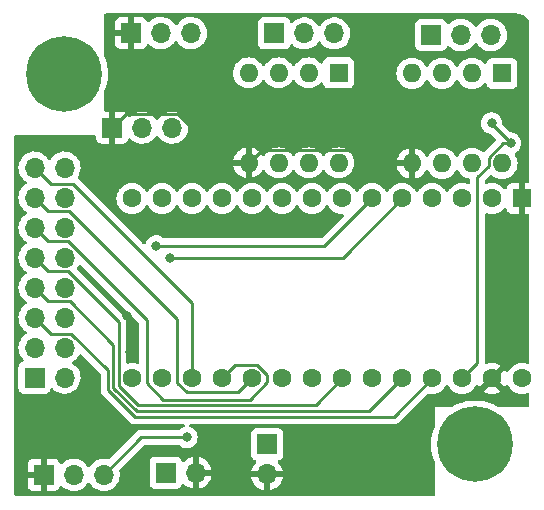
<source format=gbl>
G04 #@! TF.GenerationSoftware,KiCad,Pcbnew,(6.0.5)*
G04 #@! TF.CreationDate,2022-06-14T17:18:27+02:00*
G04 #@! TF.ProjectId,midiperformer,6d696469-7065-4726-966f-726d65722e6b,rev?*
G04 #@! TF.SameCoordinates,Original*
G04 #@! TF.FileFunction,Copper,L2,Bot*
G04 #@! TF.FilePolarity,Positive*
%FSLAX46Y46*%
G04 Gerber Fmt 4.6, Leading zero omitted, Abs format (unit mm)*
G04 Created by KiCad (PCBNEW (6.0.5)) date 2022-06-14 17:18:27*
%MOMM*%
%LPD*%
G01*
G04 APERTURE LIST*
G04 #@! TA.AperFunction,ComponentPad*
%ADD10R,1.700000X1.700000*%
G04 #@! TD*
G04 #@! TA.AperFunction,ComponentPad*
%ADD11O,1.700000X1.700000*%
G04 #@! TD*
G04 #@! TA.AperFunction,ComponentPad*
%ADD12R,1.600000X1.600000*%
G04 #@! TD*
G04 #@! TA.AperFunction,ComponentPad*
%ADD13C,1.600000*%
G04 #@! TD*
G04 #@! TA.AperFunction,ComponentPad*
%ADD14O,1.600000X1.600000*%
G04 #@! TD*
G04 #@! TA.AperFunction,ComponentPad*
%ADD15C,6.400000*%
G04 #@! TD*
G04 #@! TA.AperFunction,ViaPad*
%ADD16C,0.800000*%
G04 #@! TD*
G04 #@! TA.AperFunction,Conductor*
%ADD17C,0.250000*%
G04 #@! TD*
G04 APERTURE END LIST*
D10*
X207875000Y-68175000D03*
D11*
X210415000Y-68175000D03*
X212955000Y-68175000D03*
D10*
X209475000Y-60175000D03*
D11*
X212015000Y-60175000D03*
X214555000Y-60175000D03*
D10*
X212400000Y-97400000D03*
D11*
X214940000Y-97400000D03*
D10*
X221600000Y-60200000D03*
D11*
X224140000Y-60200000D03*
X226680000Y-60200000D03*
D10*
X201300001Y-89340000D03*
D11*
X203840001Y-89340000D03*
X201300001Y-86800000D03*
X203840001Y-86800000D03*
X201300001Y-84260000D03*
X203840001Y-84260000D03*
X201300001Y-81720000D03*
X203840001Y-81720000D03*
X201300001Y-79180000D03*
X203840001Y-79180000D03*
X201300001Y-76640000D03*
X203840001Y-76640000D03*
X201300001Y-74100000D03*
X203840001Y-74100000D03*
X201300001Y-71560000D03*
X203840001Y-71560000D03*
D12*
X242570000Y-74180000D03*
D13*
X240030000Y-74180000D03*
X237490000Y-74180000D03*
X234950000Y-74180000D03*
X232410000Y-74180000D03*
X229870000Y-74180000D03*
X227330000Y-74180000D03*
X224790000Y-74180000D03*
X222250000Y-74180000D03*
X219710000Y-74180000D03*
X217170000Y-74180000D03*
X214630000Y-74180000D03*
X212090000Y-74180000D03*
X209550000Y-74180000D03*
X209550000Y-89420000D03*
X212090000Y-89420000D03*
X214630000Y-89420000D03*
X217170000Y-89420000D03*
X219710000Y-89420000D03*
X222250000Y-89420000D03*
X224790000Y-89420000D03*
X227330000Y-89420000D03*
X229870000Y-89420000D03*
X232410000Y-89420000D03*
X234950000Y-89420000D03*
X237490000Y-89420000D03*
X240030000Y-89420000D03*
X242570000Y-89420000D03*
D10*
X234860000Y-60342256D03*
D11*
X237400000Y-60342256D03*
X239940000Y-60342256D03*
D12*
X240880000Y-63580000D03*
D14*
X238340000Y-63580000D03*
X235800000Y-63580000D03*
X233260000Y-63580000D03*
X233260000Y-71200000D03*
X235800000Y-71200000D03*
X238340000Y-71200000D03*
X240880000Y-71200000D03*
D15*
X238600000Y-95000000D03*
D10*
X202075000Y-97575000D03*
D11*
X204615000Y-97575000D03*
X207155000Y-97575000D03*
D15*
X203800000Y-63600000D03*
D10*
X221000000Y-95000000D03*
D11*
X221000000Y-97540000D03*
D12*
X227037745Y-63542256D03*
D14*
X224497745Y-63542256D03*
X221957745Y-63542256D03*
X219417745Y-63542256D03*
X219417745Y-71162256D03*
X221957745Y-71162256D03*
X224497745Y-71162256D03*
X227037745Y-71162256D03*
D16*
X230600000Y-72000000D03*
X231412299Y-70587701D03*
X209400000Y-87200000D03*
X209147631Y-84147631D03*
X215400000Y-69400000D03*
X212800000Y-79200000D03*
X211600000Y-78200000D03*
X214200000Y-94400000D03*
X240000000Y-67800000D03*
X241600000Y-69484500D03*
D17*
X230600000Y-72000000D02*
X230600000Y-71400000D01*
X230600000Y-71400000D02*
X231412299Y-70587701D01*
X220542256Y-70037745D02*
X219417745Y-71162256D01*
X230862343Y-70037745D02*
X220542256Y-70037745D01*
X231412299Y-70587701D02*
X230862343Y-70037745D01*
X209147631Y-86947631D02*
X209400000Y-87200000D01*
X209147631Y-84147631D02*
X209147631Y-86947631D01*
X209049511Y-67000489D02*
X207875000Y-68175000D01*
X215400000Y-69400000D02*
X215400000Y-68958990D01*
X215400000Y-68958990D02*
X213441499Y-67000489D01*
X213441499Y-67000489D02*
X209049511Y-67000489D01*
X227390000Y-79200000D02*
X212800000Y-79200000D01*
X232410000Y-74180000D02*
X227390000Y-79200000D01*
X225850000Y-78200000D02*
X211600000Y-78200000D01*
X229870000Y-74180000D02*
X225850000Y-78200000D01*
X231720480Y-92649520D02*
X234950000Y-89420000D01*
X207526449Y-90397884D02*
X209778086Y-92649520D01*
X207526449Y-88726449D02*
X207526449Y-90397884D01*
X204425489Y-85625489D02*
X207526449Y-88726449D01*
X202665490Y-85625489D02*
X204425489Y-85625489D01*
X201300001Y-84260000D02*
X202665490Y-85625489D01*
X209778086Y-92649520D02*
X231720480Y-92649520D01*
X209964283Y-92200000D02*
X229630000Y-92200000D01*
X207975969Y-90211686D02*
X209964283Y-92200000D01*
X207975969Y-86575969D02*
X207975969Y-90211686D01*
X229630000Y-92200000D02*
X232410000Y-89420000D01*
X202474512Y-82894511D02*
X204294511Y-82894511D01*
X204294511Y-82894511D02*
X207975969Y-86575969D01*
X201300001Y-81720000D02*
X202474512Y-82894511D01*
X225100480Y-91649520D02*
X227330000Y-89420000D01*
X210049520Y-91649520D02*
X225100480Y-91649520D01*
X208425489Y-84625489D02*
X208425489Y-90025489D01*
X204154511Y-80354511D02*
X208425489Y-84625489D01*
X208425489Y-90025489D02*
X210049520Y-91649520D01*
X202474512Y-80354511D02*
X204154511Y-80354511D01*
X201300001Y-79180000D02*
X202474512Y-80354511D01*
X218294511Y-88295489D02*
X217170000Y-89420000D01*
X220175789Y-88295489D02*
X218294511Y-88295489D01*
X221000000Y-89119700D02*
X220175789Y-88295489D01*
X210800000Y-84478989D02*
X210800000Y-89800000D01*
X210800000Y-89800000D02*
X212200000Y-91200000D01*
X219520300Y-91200000D02*
X221000000Y-89720300D01*
X204135522Y-77814511D02*
X210800000Y-84478989D01*
X202474512Y-77814511D02*
X204135522Y-77814511D01*
X221000000Y-89720300D02*
X221000000Y-89119700D01*
X212200000Y-91200000D02*
X219520300Y-91200000D01*
X201300001Y-76640000D02*
X202474512Y-77814511D01*
X213400000Y-89780300D02*
X214219700Y-90600000D01*
X213400000Y-84419520D02*
X213400000Y-89780300D01*
X204254991Y-75274511D02*
X213400000Y-84419520D01*
X218530000Y-90600000D02*
X219710000Y-89420000D01*
X201300001Y-74100000D02*
X202474512Y-75274511D01*
X202474512Y-75274511D02*
X204254991Y-75274511D01*
X214219700Y-90600000D02*
X218530000Y-90600000D01*
X204525489Y-72925489D02*
X214630000Y-83030000D01*
X214630000Y-83030000D02*
X214630000Y-89420000D01*
X202665490Y-72925489D02*
X204525489Y-72925489D01*
X201300001Y-71560000D02*
X202665490Y-72925489D01*
X239755489Y-71444511D02*
X239755489Y-70734211D01*
X238800000Y-88110000D02*
X238800000Y-72400000D01*
X238800000Y-72400000D02*
X239755489Y-71444511D01*
X237490000Y-89420000D02*
X238800000Y-88110000D01*
X239755489Y-70734211D02*
X241005200Y-69484500D01*
X241005200Y-69484500D02*
X241600000Y-69484500D01*
X214200000Y-94400000D02*
X210330000Y-94400000D01*
X210330000Y-94400000D02*
X207155000Y-97575000D01*
X240000000Y-67884500D02*
X241600000Y-69484500D01*
X240000000Y-67800000D02*
X240000000Y-67884500D01*
G04 #@! TA.AperFunction,Conductor*
G36*
X241970018Y-58510000D02*
G01*
X241984851Y-58512310D01*
X241984855Y-58512310D01*
X241993724Y-58513691D01*
X242008981Y-58511696D01*
X242034302Y-58510953D01*
X242203285Y-58523039D01*
X242221064Y-58525596D01*
X242408542Y-58566379D01*
X242411392Y-58566999D01*
X242428641Y-58572063D01*
X242611150Y-58640136D01*
X242627502Y-58647604D01*
X242798458Y-58740952D01*
X242813582Y-58750672D01*
X242969514Y-58867402D01*
X242983100Y-58879175D01*
X243120825Y-59016900D01*
X243132598Y-59030486D01*
X243174868Y-59086952D01*
X243199679Y-59153472D01*
X243200000Y-59162461D01*
X243200000Y-72746000D01*
X243179998Y-72814121D01*
X243126342Y-72860614D01*
X243074000Y-72872000D01*
X242842115Y-72872000D01*
X242826876Y-72876475D01*
X242825671Y-72877865D01*
X242824000Y-72885548D01*
X242824000Y-75469884D01*
X242828475Y-75485123D01*
X242829865Y-75486328D01*
X242837548Y-75487999D01*
X243074000Y-75487999D01*
X243142121Y-75508001D01*
X243188614Y-75561657D01*
X243200000Y-75613999D01*
X243200000Y-88072224D01*
X243179998Y-88140345D01*
X243126342Y-88186838D01*
X243056068Y-88196942D01*
X243029703Y-88189084D01*
X243029398Y-88189922D01*
X243024225Y-88188039D01*
X243019243Y-88185716D01*
X243013935Y-88184294D01*
X243013933Y-88184293D01*
X242803402Y-88127881D01*
X242803400Y-88127881D01*
X242798087Y-88126457D01*
X242570000Y-88106502D01*
X242341913Y-88126457D01*
X242336600Y-88127881D01*
X242336598Y-88127881D01*
X242126067Y-88184293D01*
X242126065Y-88184294D01*
X242120757Y-88185716D01*
X242115776Y-88188039D01*
X242115775Y-88188039D01*
X241918238Y-88280151D01*
X241918233Y-88280154D01*
X241913251Y-88282477D01*
X241822941Y-88345713D01*
X241730211Y-88410643D01*
X241730208Y-88410645D01*
X241725700Y-88413802D01*
X241563802Y-88575700D01*
X241432477Y-88763251D01*
X241430154Y-88768233D01*
X241430151Y-88768238D01*
X241413919Y-88803049D01*
X241367002Y-88856334D01*
X241298725Y-88875795D01*
X241230765Y-88855253D01*
X241185529Y-88803049D01*
X241169414Y-88768489D01*
X241163931Y-88758994D01*
X241127491Y-88706952D01*
X241117012Y-88698576D01*
X241103566Y-88705644D01*
X240402022Y-89407188D01*
X240394408Y-89421132D01*
X240394539Y-89422965D01*
X240398790Y-89429580D01*
X241104287Y-90135077D01*
X241116062Y-90141507D01*
X241128077Y-90132211D01*
X241163931Y-90081006D01*
X241169414Y-90071511D01*
X241185529Y-90036951D01*
X241232446Y-89983666D01*
X241300723Y-89964205D01*
X241368683Y-89984747D01*
X241413919Y-90036951D01*
X241430151Y-90071762D01*
X241430154Y-90071767D01*
X241432477Y-90076749D01*
X241435634Y-90081257D01*
X241543088Y-90234717D01*
X241563802Y-90264300D01*
X241725700Y-90426198D01*
X241730208Y-90429355D01*
X241730211Y-90429357D01*
X241808389Y-90484098D01*
X241913251Y-90557523D01*
X241918233Y-90559846D01*
X241918238Y-90559849D01*
X242111703Y-90650062D01*
X242120757Y-90654284D01*
X242126065Y-90655706D01*
X242126067Y-90655707D01*
X242336598Y-90712119D01*
X242336600Y-90712119D01*
X242341913Y-90713543D01*
X242570000Y-90733498D01*
X242798087Y-90713543D01*
X242803400Y-90712119D01*
X242803402Y-90712119D01*
X243013933Y-90655707D01*
X243013935Y-90655706D01*
X243019243Y-90654284D01*
X243024225Y-90651961D01*
X243029398Y-90650078D01*
X243030155Y-90652157D01*
X243090923Y-90642918D01*
X243155740Y-90671888D01*
X243194605Y-90731302D01*
X243200000Y-90767776D01*
X243200000Y-91674000D01*
X243179998Y-91742121D01*
X243126342Y-91788614D01*
X243074000Y-91800000D01*
X240518032Y-91800000D01*
X240456950Y-91783634D01*
X240456795Y-91783938D01*
X240455363Y-91783208D01*
X240455362Y-91783208D01*
X240374725Y-91742121D01*
X240113393Y-91608966D01*
X240110453Y-91607468D01*
X239889453Y-91522634D01*
X239750652Y-91469353D01*
X239750650Y-91469352D01*
X239747562Y-91468167D01*
X239372099Y-91367562D01*
X239168207Y-91335268D01*
X238991424Y-91307268D01*
X238991416Y-91307267D01*
X238988176Y-91306754D01*
X238600000Y-91286411D01*
X238211824Y-91306754D01*
X238208584Y-91307267D01*
X238208576Y-91307268D01*
X238031793Y-91335268D01*
X237827901Y-91367562D01*
X237452438Y-91468167D01*
X237449350Y-91469352D01*
X237449348Y-91469353D01*
X237310547Y-91522634D01*
X237089547Y-91607468D01*
X236744639Y-91783208D01*
X236744638Y-91783208D01*
X236743206Y-91783938D01*
X236743051Y-91783634D01*
X236681969Y-91800000D01*
X235200000Y-91800000D01*
X235200000Y-93485650D01*
X235191631Y-93530804D01*
X235072770Y-93840448D01*
X235068167Y-93852438D01*
X234967562Y-94227901D01*
X234967046Y-94231162D01*
X234909228Y-94596206D01*
X234906754Y-94611824D01*
X234886411Y-95000000D01*
X234906754Y-95388176D01*
X234967562Y-95772099D01*
X235068167Y-96147562D01*
X235069352Y-96150650D01*
X235069353Y-96150652D01*
X235109854Y-96256161D01*
X235185771Y-96453929D01*
X235191631Y-96469196D01*
X235200000Y-96514350D01*
X235200000Y-99274000D01*
X235179998Y-99342121D01*
X235126342Y-99388614D01*
X235074000Y-99400000D01*
X199726000Y-99400000D01*
X199657879Y-99379998D01*
X199611386Y-99326342D01*
X199600000Y-99274000D01*
X199600000Y-98469669D01*
X200717001Y-98469669D01*
X200717371Y-98476490D01*
X200722895Y-98527352D01*
X200726521Y-98542604D01*
X200771676Y-98663054D01*
X200780214Y-98678649D01*
X200856715Y-98780724D01*
X200869276Y-98793285D01*
X200971351Y-98869786D01*
X200986946Y-98878324D01*
X201107394Y-98923478D01*
X201122649Y-98927105D01*
X201173514Y-98932631D01*
X201180328Y-98933000D01*
X201802885Y-98933000D01*
X201818124Y-98928525D01*
X201819329Y-98927135D01*
X201821000Y-98919452D01*
X201821000Y-97847115D01*
X201816525Y-97831876D01*
X201815135Y-97830671D01*
X201807452Y-97829000D01*
X200735116Y-97829000D01*
X200719877Y-97833475D01*
X200718672Y-97834865D01*
X200717001Y-97842548D01*
X200717001Y-98469669D01*
X199600000Y-98469669D01*
X199600000Y-97302885D01*
X200717000Y-97302885D01*
X200721475Y-97318124D01*
X200722865Y-97319329D01*
X200730548Y-97321000D01*
X201802885Y-97321000D01*
X201818124Y-97316525D01*
X201819329Y-97315135D01*
X201821000Y-97307452D01*
X201821000Y-96235116D01*
X201816525Y-96219877D01*
X201815135Y-96218672D01*
X201807452Y-96217001D01*
X201180331Y-96217001D01*
X201173510Y-96217371D01*
X201122648Y-96222895D01*
X201107396Y-96226521D01*
X200986946Y-96271676D01*
X200971351Y-96280214D01*
X200869276Y-96356715D01*
X200856715Y-96369276D01*
X200780214Y-96471351D01*
X200771676Y-96486946D01*
X200726522Y-96607394D01*
X200722895Y-96622649D01*
X200717369Y-96673514D01*
X200717000Y-96680328D01*
X200717000Y-97302885D01*
X199600000Y-97302885D01*
X199600000Y-86766695D01*
X199937252Y-86766695D01*
X199950111Y-86989715D01*
X199951248Y-86994761D01*
X199951249Y-86994767D01*
X199975305Y-87101508D01*
X199999223Y-87207639D01*
X200083267Y-87414616D01*
X200134020Y-87497438D01*
X200197292Y-87600688D01*
X200199988Y-87605088D01*
X200346251Y-87773938D01*
X200350231Y-87777242D01*
X200354982Y-87781187D01*
X200394617Y-87840090D01*
X200396114Y-87911071D01*
X200358998Y-87971593D01*
X200318726Y-87996112D01*
X200230096Y-88029338D01*
X200203296Y-88039385D01*
X200086740Y-88126739D01*
X199999386Y-88243295D01*
X199948256Y-88379684D01*
X199941501Y-88441866D01*
X199941501Y-90238134D01*
X199948256Y-90300316D01*
X199999386Y-90436705D01*
X200086740Y-90553261D01*
X200203296Y-90640615D01*
X200339685Y-90691745D01*
X200395561Y-90697815D01*
X200398443Y-90698128D01*
X200401867Y-90698500D01*
X202198135Y-90698500D01*
X202201560Y-90698128D01*
X202204441Y-90697815D01*
X202260317Y-90691745D01*
X202396706Y-90640615D01*
X202513262Y-90553261D01*
X202600616Y-90436705D01*
X202634725Y-90345720D01*
X202644599Y-90319382D01*
X202687241Y-90262618D01*
X202753803Y-90237918D01*
X202823151Y-90253126D01*
X202857818Y-90281114D01*
X202886251Y-90313938D01*
X203058127Y-90456632D01*
X203251001Y-90569338D01*
X203459693Y-90649030D01*
X203464761Y-90650061D01*
X203464764Y-90650062D01*
X203536472Y-90664651D01*
X203678598Y-90693567D01*
X203683773Y-90693757D01*
X203683775Y-90693757D01*
X203896674Y-90701564D01*
X203896678Y-90701564D01*
X203901838Y-90701753D01*
X203906958Y-90701097D01*
X203906960Y-90701097D01*
X204118289Y-90674025D01*
X204118290Y-90674025D01*
X204123417Y-90673368D01*
X204138256Y-90668916D01*
X204332430Y-90610661D01*
X204332435Y-90610659D01*
X204337385Y-90609174D01*
X204537995Y-90510896D01*
X204719861Y-90381173D01*
X204742914Y-90358201D01*
X204863617Y-90237918D01*
X204878097Y-90223489D01*
X205008454Y-90042077D01*
X205010988Y-90036951D01*
X205105137Y-89846453D01*
X205105138Y-89846451D01*
X205107431Y-89841811D01*
X205172371Y-89628069D01*
X205201530Y-89406590D01*
X205203157Y-89340000D01*
X205184853Y-89117361D01*
X205130432Y-88900702D01*
X205041355Y-88695840D01*
X204947603Y-88550921D01*
X204922823Y-88512617D01*
X204922821Y-88512614D01*
X204920015Y-88508277D01*
X204769671Y-88343051D01*
X204765620Y-88339852D01*
X204765616Y-88339848D01*
X204598415Y-88207800D01*
X204598411Y-88207798D01*
X204594360Y-88204598D01*
X204553054Y-88181796D01*
X204503085Y-88131364D01*
X204488313Y-88061921D01*
X204513429Y-87995516D01*
X204540781Y-87968909D01*
X204584604Y-87937650D01*
X204719861Y-87841173D01*
X204735732Y-87825358D01*
X204854244Y-87707259D01*
X204878097Y-87683489D01*
X204889926Y-87667028D01*
X205005436Y-87506277D01*
X205008454Y-87502077D01*
X205025744Y-87467093D01*
X205062169Y-87393393D01*
X205110283Y-87341186D01*
X205178984Y-87323279D01*
X205246460Y-87345357D01*
X205264221Y-87360125D01*
X206856044Y-88951948D01*
X206890070Y-89014260D01*
X206892949Y-89041043D01*
X206892949Y-90319117D01*
X206892422Y-90330300D01*
X206890747Y-90337793D01*
X206890996Y-90345719D01*
X206890996Y-90345720D01*
X206892887Y-90405870D01*
X206892949Y-90409829D01*
X206892949Y-90437740D01*
X206893446Y-90441674D01*
X206893446Y-90441675D01*
X206893454Y-90441740D01*
X206894387Y-90453577D01*
X206895776Y-90497774D01*
X206899588Y-90510896D01*
X206901427Y-90517226D01*
X206905435Y-90536578D01*
X206907975Y-90556681D01*
X206910892Y-90564050D01*
X206910893Y-90564052D01*
X206924249Y-90597787D01*
X206928094Y-90609014D01*
X206928573Y-90610661D01*
X206940431Y-90651477D01*
X206944465Y-90658299D01*
X206944468Y-90658305D01*
X206950743Y-90668916D01*
X206959439Y-90686666D01*
X206963977Y-90698128D01*
X206963979Y-90698131D01*
X206966897Y-90705501D01*
X206971705Y-90712119D01*
X206992876Y-90741259D01*
X206999392Y-90751177D01*
X207021907Y-90789247D01*
X207036231Y-90803571D01*
X207049070Y-90818603D01*
X207060977Y-90834991D01*
X207095042Y-90863172D01*
X207103822Y-90871162D01*
X209274434Y-93041773D01*
X209281974Y-93050059D01*
X209286086Y-93056538D01*
X209291863Y-93061963D01*
X209335737Y-93103163D01*
X209338579Y-93105918D01*
X209358316Y-93125655D01*
X209361513Y-93128135D01*
X209370533Y-93135838D01*
X209402765Y-93166106D01*
X209409711Y-93169925D01*
X209409714Y-93169927D01*
X209420520Y-93175868D01*
X209437039Y-93186719D01*
X209453045Y-93199134D01*
X209460314Y-93202279D01*
X209460318Y-93202282D01*
X209493623Y-93216694D01*
X209504273Y-93221911D01*
X209543026Y-93243215D01*
X209550701Y-93245186D01*
X209550702Y-93245186D01*
X209562648Y-93248253D01*
X209581353Y-93254657D01*
X209599941Y-93262701D01*
X209607764Y-93263940D01*
X209607774Y-93263943D01*
X209643610Y-93269619D01*
X209655230Y-93272025D01*
X209687045Y-93280193D01*
X209698056Y-93283020D01*
X209718310Y-93283020D01*
X209738020Y-93284571D01*
X209758029Y-93287740D01*
X209765921Y-93286994D01*
X209784666Y-93285222D01*
X209802048Y-93283579D01*
X209813905Y-93283020D01*
X213888250Y-93283020D01*
X213956371Y-93303022D01*
X214002864Y-93356678D01*
X214012968Y-93426952D01*
X213983474Y-93491532D01*
X213927186Y-93528853D01*
X213924167Y-93529834D01*
X213917712Y-93531206D01*
X213911685Y-93533889D01*
X213911683Y-93533890D01*
X213749278Y-93606197D01*
X213749276Y-93606198D01*
X213743248Y-93608882D01*
X213588747Y-93721134D01*
X213584332Y-93726037D01*
X213579420Y-93730460D01*
X213578295Y-93729211D01*
X213524986Y-93762051D01*
X213491800Y-93766500D01*
X210408767Y-93766500D01*
X210397584Y-93765973D01*
X210390091Y-93764298D01*
X210382165Y-93764547D01*
X210382164Y-93764547D01*
X210322014Y-93766438D01*
X210318055Y-93766500D01*
X210290144Y-93766500D01*
X210286210Y-93766997D01*
X210286209Y-93766997D01*
X210286144Y-93767005D01*
X210274307Y-93767938D01*
X210242049Y-93768952D01*
X210238030Y-93769078D01*
X210230111Y-93769327D01*
X210210657Y-93774979D01*
X210191300Y-93778987D01*
X210179070Y-93780532D01*
X210179069Y-93780532D01*
X210171203Y-93781526D01*
X210163832Y-93784445D01*
X210163830Y-93784445D01*
X210130088Y-93797804D01*
X210118858Y-93801649D01*
X210084017Y-93811771D01*
X210084016Y-93811771D01*
X210076407Y-93813982D01*
X210069588Y-93818015D01*
X210069583Y-93818017D01*
X210058972Y-93824293D01*
X210041224Y-93832988D01*
X210022383Y-93840448D01*
X210015967Y-93845110D01*
X210015966Y-93845110D01*
X209986613Y-93866436D01*
X209976693Y-93872952D01*
X209945465Y-93891420D01*
X209945462Y-93891422D01*
X209938638Y-93895458D01*
X209924317Y-93909779D01*
X209909284Y-93922619D01*
X209892893Y-93934528D01*
X209887842Y-93940634D01*
X209864702Y-93968605D01*
X209856712Y-93977384D01*
X207612345Y-96221750D01*
X207550033Y-96255776D01*
X207501154Y-96256702D01*
X207288373Y-96218800D01*
X207288367Y-96218799D01*
X207283284Y-96217894D01*
X207209452Y-96216992D01*
X207065081Y-96215228D01*
X207065079Y-96215228D01*
X207059911Y-96215165D01*
X206839091Y-96248955D01*
X206626756Y-96318357D01*
X206596443Y-96334137D01*
X206456014Y-96407240D01*
X206428607Y-96421507D01*
X206424474Y-96424610D01*
X206424471Y-96424612D01*
X206257791Y-96549759D01*
X206249965Y-96555635D01*
X206246393Y-96559373D01*
X206107461Y-96704757D01*
X206095629Y-96717138D01*
X205988201Y-96874621D01*
X205933293Y-96919621D01*
X205862768Y-96927792D01*
X205799021Y-96896538D01*
X205778324Y-96872054D01*
X205697822Y-96747617D01*
X205697820Y-96747614D01*
X205695014Y-96743277D01*
X205544670Y-96578051D01*
X205540619Y-96574852D01*
X205540615Y-96574848D01*
X205373414Y-96442800D01*
X205373410Y-96442798D01*
X205369359Y-96439598D01*
X205356112Y-96432285D01*
X205310742Y-96407240D01*
X205173789Y-96331638D01*
X205168920Y-96329914D01*
X205168916Y-96329912D01*
X204968087Y-96258795D01*
X204968083Y-96258794D01*
X204963212Y-96257069D01*
X204958119Y-96256162D01*
X204958116Y-96256161D01*
X204748373Y-96218800D01*
X204748367Y-96218799D01*
X204743284Y-96217894D01*
X204669452Y-96216992D01*
X204525081Y-96215228D01*
X204525079Y-96215228D01*
X204519911Y-96215165D01*
X204299091Y-96248955D01*
X204086756Y-96318357D01*
X204056443Y-96334137D01*
X203916014Y-96407240D01*
X203888607Y-96421507D01*
X203884474Y-96424610D01*
X203884471Y-96424612D01*
X203717791Y-96549759D01*
X203709965Y-96555635D01*
X203706393Y-96559373D01*
X203628898Y-96640466D01*
X203567374Y-96675895D01*
X203496462Y-96672438D01*
X203438676Y-96631192D01*
X203419823Y-96597644D01*
X203378324Y-96486946D01*
X203369786Y-96471351D01*
X203293285Y-96369276D01*
X203280724Y-96356715D01*
X203178649Y-96280214D01*
X203163054Y-96271676D01*
X203042606Y-96226522D01*
X203027351Y-96222895D01*
X202976486Y-96217369D01*
X202969672Y-96217000D01*
X202347115Y-96217000D01*
X202331876Y-96221475D01*
X202330671Y-96222865D01*
X202329000Y-96230548D01*
X202329000Y-98914884D01*
X202333475Y-98930123D01*
X202334865Y-98931328D01*
X202342548Y-98932999D01*
X202969669Y-98932999D01*
X202976490Y-98932629D01*
X203027352Y-98927105D01*
X203042604Y-98923479D01*
X203163054Y-98878324D01*
X203178649Y-98869786D01*
X203280724Y-98793285D01*
X203293285Y-98780724D01*
X203369786Y-98678649D01*
X203378324Y-98663054D01*
X203419225Y-98553952D01*
X203461867Y-98497188D01*
X203528428Y-98472488D01*
X203597777Y-98487696D01*
X203632444Y-98515684D01*
X203657865Y-98545031D01*
X203657869Y-98545035D01*
X203661250Y-98548938D01*
X203833126Y-98691632D01*
X204026000Y-98804338D01*
X204234692Y-98884030D01*
X204239760Y-98885061D01*
X204239763Y-98885062D01*
X204347017Y-98906883D01*
X204453597Y-98928567D01*
X204458772Y-98928757D01*
X204458774Y-98928757D01*
X204671673Y-98936564D01*
X204671677Y-98936564D01*
X204676837Y-98936753D01*
X204681957Y-98936097D01*
X204681959Y-98936097D01*
X204893288Y-98909025D01*
X204893289Y-98909025D01*
X204898416Y-98908368D01*
X204903366Y-98906883D01*
X205107429Y-98845661D01*
X205107434Y-98845659D01*
X205112384Y-98844174D01*
X205312994Y-98745896D01*
X205494860Y-98616173D01*
X205504988Y-98606081D01*
X205607535Y-98503891D01*
X205653096Y-98458489D01*
X205668438Y-98437139D01*
X205783453Y-98277077D01*
X205784776Y-98278028D01*
X205831645Y-98234857D01*
X205901580Y-98222625D01*
X205967026Y-98250144D01*
X205994875Y-98281994D01*
X206002672Y-98294717D01*
X206054987Y-98380088D01*
X206201250Y-98548938D01*
X206373126Y-98691632D01*
X206566000Y-98804338D01*
X206774692Y-98884030D01*
X206779760Y-98885061D01*
X206779763Y-98885062D01*
X206887017Y-98906883D01*
X206993597Y-98928567D01*
X206998772Y-98928757D01*
X206998774Y-98928757D01*
X207211673Y-98936564D01*
X207211677Y-98936564D01*
X207216837Y-98936753D01*
X207221957Y-98936097D01*
X207221959Y-98936097D01*
X207433288Y-98909025D01*
X207433289Y-98909025D01*
X207438416Y-98908368D01*
X207443366Y-98906883D01*
X207647429Y-98845661D01*
X207647434Y-98845659D01*
X207652384Y-98844174D01*
X207852994Y-98745896D01*
X208034860Y-98616173D01*
X208044988Y-98606081D01*
X208147535Y-98503891D01*
X208193096Y-98458489D01*
X208208438Y-98437139D01*
X208308322Y-98298134D01*
X211041500Y-98298134D01*
X211048255Y-98360316D01*
X211099385Y-98496705D01*
X211186739Y-98613261D01*
X211303295Y-98700615D01*
X211439684Y-98751745D01*
X211501866Y-98758500D01*
X213298134Y-98758500D01*
X213360316Y-98751745D01*
X213496705Y-98700615D01*
X213613261Y-98613261D01*
X213700615Y-98496705D01*
X213726817Y-98426812D01*
X213744798Y-98378848D01*
X213787440Y-98322084D01*
X213854001Y-98297384D01*
X213923350Y-98312592D01*
X213958017Y-98340580D01*
X213983218Y-98369673D01*
X213990580Y-98376883D01*
X214154434Y-98512916D01*
X214162881Y-98518831D01*
X214346756Y-98626279D01*
X214356042Y-98630729D01*
X214555001Y-98706703D01*
X214564899Y-98709579D01*
X214668250Y-98730606D01*
X214682299Y-98729410D01*
X214686000Y-98719065D01*
X214686000Y-98718517D01*
X215194000Y-98718517D01*
X215198064Y-98732359D01*
X215211478Y-98734393D01*
X215218184Y-98733534D01*
X215228262Y-98731392D01*
X215432255Y-98670191D01*
X215441842Y-98666433D01*
X215633095Y-98572739D01*
X215641945Y-98567464D01*
X215815328Y-98443792D01*
X215823200Y-98437139D01*
X215974052Y-98286812D01*
X215980730Y-98278965D01*
X216105003Y-98106020D01*
X216110313Y-98097183D01*
X216204670Y-97906267D01*
X216208469Y-97896672D01*
X216235420Y-97807966D01*
X219668257Y-97807966D01*
X219698565Y-97942446D01*
X219701645Y-97952275D01*
X219781770Y-98149603D01*
X219786413Y-98158794D01*
X219897694Y-98340388D01*
X219903777Y-98348699D01*
X220043213Y-98509667D01*
X220050580Y-98516883D01*
X220214434Y-98652916D01*
X220222881Y-98658831D01*
X220406756Y-98766279D01*
X220416042Y-98770729D01*
X220615001Y-98846703D01*
X220624899Y-98849579D01*
X220728250Y-98870606D01*
X220742299Y-98869410D01*
X220746000Y-98859065D01*
X220746000Y-98858517D01*
X221254000Y-98858517D01*
X221258064Y-98872359D01*
X221271478Y-98874393D01*
X221278184Y-98873534D01*
X221288262Y-98871392D01*
X221492255Y-98810191D01*
X221501842Y-98806433D01*
X221693095Y-98712739D01*
X221701945Y-98707464D01*
X221875328Y-98583792D01*
X221883200Y-98577139D01*
X222034052Y-98426812D01*
X222040730Y-98418965D01*
X222165003Y-98246020D01*
X222170313Y-98237183D01*
X222264670Y-98046267D01*
X222268469Y-98036672D01*
X222330377Y-97832910D01*
X222332555Y-97822837D01*
X222333986Y-97811962D01*
X222331775Y-97797778D01*
X222318617Y-97794000D01*
X221272115Y-97794000D01*
X221256876Y-97798475D01*
X221255671Y-97799865D01*
X221254000Y-97807548D01*
X221254000Y-98858517D01*
X220746000Y-98858517D01*
X220746000Y-97812115D01*
X220741525Y-97796876D01*
X220740135Y-97795671D01*
X220732452Y-97794000D01*
X219683225Y-97794000D01*
X219669694Y-97797973D01*
X219668257Y-97807966D01*
X216235420Y-97807966D01*
X216270377Y-97692910D01*
X216272555Y-97682837D01*
X216273986Y-97671962D01*
X216271775Y-97657778D01*
X216258617Y-97654000D01*
X215212115Y-97654000D01*
X215196876Y-97658475D01*
X215195671Y-97659865D01*
X215194000Y-97667548D01*
X215194000Y-98718517D01*
X214686000Y-98718517D01*
X214686000Y-97127885D01*
X215194000Y-97127885D01*
X215198475Y-97143124D01*
X215199865Y-97144329D01*
X215207548Y-97146000D01*
X216258344Y-97146000D01*
X216271875Y-97142027D01*
X216273180Y-97132947D01*
X216231214Y-96965875D01*
X216227894Y-96956124D01*
X216142972Y-96760814D01*
X216138105Y-96751739D01*
X216022426Y-96572926D01*
X216016136Y-96564757D01*
X215872806Y-96407240D01*
X215865273Y-96400215D01*
X215698139Y-96268222D01*
X215689552Y-96262517D01*
X215503117Y-96159599D01*
X215493705Y-96155369D01*
X215292959Y-96084280D01*
X215282988Y-96081646D01*
X215211837Y-96068972D01*
X215198540Y-96070432D01*
X215194000Y-96084989D01*
X215194000Y-97127885D01*
X214686000Y-97127885D01*
X214686000Y-96083102D01*
X214682082Y-96069758D01*
X214667806Y-96067771D01*
X214629324Y-96073660D01*
X214619288Y-96076051D01*
X214416868Y-96142212D01*
X214407359Y-96146209D01*
X214218463Y-96244542D01*
X214209738Y-96250036D01*
X214039433Y-96377905D01*
X214031726Y-96384748D01*
X213954478Y-96465584D01*
X213892954Y-96501014D01*
X213822042Y-96497557D01*
X213764255Y-96456311D01*
X213745402Y-96422763D01*
X213703767Y-96311703D01*
X213700615Y-96303295D01*
X213613261Y-96186739D01*
X213496705Y-96099385D01*
X213360316Y-96048255D01*
X213298134Y-96041500D01*
X211501866Y-96041500D01*
X211439684Y-96048255D01*
X211303295Y-96099385D01*
X211186739Y-96186739D01*
X211099385Y-96303295D01*
X211048255Y-96439684D01*
X211041500Y-96501866D01*
X211041500Y-98298134D01*
X208308322Y-98298134D01*
X208320435Y-98281277D01*
X208323453Y-98277077D01*
X208344320Y-98234857D01*
X208420136Y-98081453D01*
X208420137Y-98081451D01*
X208422430Y-98076811D01*
X208487370Y-97863069D01*
X208516529Y-97641590D01*
X208518156Y-97575000D01*
X208499852Y-97352361D01*
X208471821Y-97240765D01*
X208474625Y-97169823D01*
X208504930Y-97120974D01*
X209526520Y-96099385D01*
X209727771Y-95898134D01*
X219641500Y-95898134D01*
X219648255Y-95960316D01*
X219699385Y-96096705D01*
X219786739Y-96213261D01*
X219903295Y-96300615D01*
X219911704Y-96303767D01*
X219911705Y-96303768D01*
X220020960Y-96344726D01*
X220077725Y-96387367D01*
X220102425Y-96453929D01*
X220087218Y-96523278D01*
X220067825Y-96549759D01*
X219944590Y-96678717D01*
X219938104Y-96686727D01*
X219818098Y-96862649D01*
X219813000Y-96871623D01*
X219723338Y-97064783D01*
X219719775Y-97074470D01*
X219664389Y-97274183D01*
X219665912Y-97282607D01*
X219678292Y-97286000D01*
X222318344Y-97286000D01*
X222331875Y-97282027D01*
X222333180Y-97272947D01*
X222291214Y-97105875D01*
X222287894Y-97096124D01*
X222202972Y-96900814D01*
X222198105Y-96891739D01*
X222082426Y-96712926D01*
X222076136Y-96704757D01*
X221932293Y-96546677D01*
X221901241Y-96482831D01*
X221909635Y-96412333D01*
X221954812Y-96357564D01*
X221981256Y-96343895D01*
X222088297Y-96303767D01*
X222096705Y-96300615D01*
X222213261Y-96213261D01*
X222300615Y-96096705D01*
X222351745Y-95960316D01*
X222358500Y-95898134D01*
X222358500Y-94101866D01*
X222351745Y-94039684D01*
X222300615Y-93903295D01*
X222213261Y-93786739D01*
X222096705Y-93699385D01*
X221960316Y-93648255D01*
X221898134Y-93641500D01*
X220101866Y-93641500D01*
X220039684Y-93648255D01*
X219903295Y-93699385D01*
X219786739Y-93786739D01*
X219699385Y-93903295D01*
X219648255Y-94039684D01*
X219641500Y-94101866D01*
X219641500Y-95898134D01*
X209727771Y-95898134D01*
X210555500Y-95070405D01*
X210617812Y-95036379D01*
X210644595Y-95033500D01*
X213491800Y-95033500D01*
X213559921Y-95053502D01*
X213579147Y-95069843D01*
X213579420Y-95069540D01*
X213584332Y-95073963D01*
X213588747Y-95078866D01*
X213743248Y-95191118D01*
X213749276Y-95193802D01*
X213749278Y-95193803D01*
X213911681Y-95266109D01*
X213917712Y-95268794D01*
X214011113Y-95288647D01*
X214098056Y-95307128D01*
X214098061Y-95307128D01*
X214104513Y-95308500D01*
X214295487Y-95308500D01*
X214301939Y-95307128D01*
X214301944Y-95307128D01*
X214388887Y-95288647D01*
X214482288Y-95268794D01*
X214488319Y-95266109D01*
X214650722Y-95193803D01*
X214650724Y-95193802D01*
X214656752Y-95191118D01*
X214811253Y-95078866D01*
X214834091Y-95053502D01*
X214934621Y-94941852D01*
X214934622Y-94941851D01*
X214939040Y-94936944D01*
X215034527Y-94771556D01*
X215093542Y-94589928D01*
X215113504Y-94400000D01*
X215093542Y-94210072D01*
X215034527Y-94028444D01*
X214939040Y-93863056D01*
X214922882Y-93845110D01*
X214815675Y-93726045D01*
X214815674Y-93726044D01*
X214811253Y-93721134D01*
X214656752Y-93608882D01*
X214650724Y-93606198D01*
X214650722Y-93606197D01*
X214488317Y-93533890D01*
X214488315Y-93533889D01*
X214482288Y-93531206D01*
X214475833Y-93529834D01*
X214472814Y-93528853D01*
X214414208Y-93488780D01*
X214386571Y-93423383D01*
X214398678Y-93353426D01*
X214446684Y-93301120D01*
X214511750Y-93283020D01*
X231641713Y-93283020D01*
X231652896Y-93283547D01*
X231660389Y-93285222D01*
X231668315Y-93284973D01*
X231668316Y-93284973D01*
X231728466Y-93283082D01*
X231732425Y-93283020D01*
X231760336Y-93283020D01*
X231764271Y-93282523D01*
X231764336Y-93282515D01*
X231776173Y-93281582D01*
X231808431Y-93280568D01*
X231812450Y-93280442D01*
X231820369Y-93280193D01*
X231839823Y-93274541D01*
X231859180Y-93270533D01*
X231871410Y-93268988D01*
X231871411Y-93268988D01*
X231879277Y-93267994D01*
X231886648Y-93265075D01*
X231886650Y-93265075D01*
X231920392Y-93251716D01*
X231931622Y-93247871D01*
X231966463Y-93237749D01*
X231966464Y-93237749D01*
X231974073Y-93235538D01*
X231980892Y-93231505D01*
X231980897Y-93231503D01*
X231991508Y-93225227D01*
X232009256Y-93216532D01*
X232028097Y-93209072D01*
X232063867Y-93183084D01*
X232073787Y-93176568D01*
X232105015Y-93158100D01*
X232105018Y-93158098D01*
X232111842Y-93154062D01*
X232126163Y-93139741D01*
X232141197Y-93126900D01*
X232151174Y-93119651D01*
X232157587Y-93114992D01*
X232185778Y-93080915D01*
X232193768Y-93072136D01*
X234536752Y-90729152D01*
X234599064Y-90695126D01*
X234658459Y-90696541D01*
X234716591Y-90712118D01*
X234716602Y-90712120D01*
X234721913Y-90713543D01*
X234950000Y-90733498D01*
X235178087Y-90713543D01*
X235183400Y-90712119D01*
X235183402Y-90712119D01*
X235393933Y-90655707D01*
X235393935Y-90655706D01*
X235399243Y-90654284D01*
X235408297Y-90650062D01*
X235601762Y-90559849D01*
X235601767Y-90559846D01*
X235606749Y-90557523D01*
X235711611Y-90484098D01*
X235789789Y-90429357D01*
X235789792Y-90429355D01*
X235794300Y-90426198D01*
X235956198Y-90264300D01*
X235976913Y-90234717D01*
X236084366Y-90081257D01*
X236087523Y-90076749D01*
X236089846Y-90071767D01*
X236089849Y-90071762D01*
X236105805Y-90037543D01*
X236152722Y-89984258D01*
X236220999Y-89964797D01*
X236288959Y-89985339D01*
X236334195Y-90037543D01*
X236350151Y-90071762D01*
X236350154Y-90071767D01*
X236352477Y-90076749D01*
X236355634Y-90081257D01*
X236463088Y-90234717D01*
X236483802Y-90264300D01*
X236645700Y-90426198D01*
X236650208Y-90429355D01*
X236650211Y-90429357D01*
X236728389Y-90484098D01*
X236833251Y-90557523D01*
X236838233Y-90559846D01*
X236838238Y-90559849D01*
X237031703Y-90650062D01*
X237040757Y-90654284D01*
X237046065Y-90655706D01*
X237046067Y-90655707D01*
X237256598Y-90712119D01*
X237256600Y-90712119D01*
X237261913Y-90713543D01*
X237490000Y-90733498D01*
X237718087Y-90713543D01*
X237723400Y-90712119D01*
X237723402Y-90712119D01*
X237933933Y-90655707D01*
X237933935Y-90655706D01*
X237939243Y-90654284D01*
X237948297Y-90650062D01*
X238141762Y-90559849D01*
X238141767Y-90559846D01*
X238146749Y-90557523D01*
X238220243Y-90506062D01*
X239308493Y-90506062D01*
X239317789Y-90518077D01*
X239368994Y-90553931D01*
X239378489Y-90559414D01*
X239575947Y-90651490D01*
X239586239Y-90655236D01*
X239796688Y-90711625D01*
X239807481Y-90713528D01*
X240024525Y-90732517D01*
X240035475Y-90732517D01*
X240252519Y-90713528D01*
X240263312Y-90711625D01*
X240473761Y-90655236D01*
X240484053Y-90651490D01*
X240681511Y-90559414D01*
X240691006Y-90553931D01*
X240743048Y-90517491D01*
X240751424Y-90507012D01*
X240744356Y-90493566D01*
X240042812Y-89792022D01*
X240028868Y-89784408D01*
X240027035Y-89784539D01*
X240020420Y-89788790D01*
X239314923Y-90494287D01*
X239308493Y-90506062D01*
X238220243Y-90506062D01*
X238251611Y-90484098D01*
X238329789Y-90429357D01*
X238329792Y-90429355D01*
X238334300Y-90426198D01*
X238496198Y-90264300D01*
X238516913Y-90234717D01*
X238624366Y-90081257D01*
X238627523Y-90076749D01*
X238629846Y-90071767D01*
X238629849Y-90071762D01*
X238646081Y-90036951D01*
X238692998Y-89983666D01*
X238761275Y-89964205D01*
X238829235Y-89984747D01*
X238874471Y-90036951D01*
X238890586Y-90071511D01*
X238896069Y-90081006D01*
X238932509Y-90133048D01*
X238942988Y-90141424D01*
X238956434Y-90134356D01*
X240745077Y-88345713D01*
X240751507Y-88333938D01*
X240742211Y-88321923D01*
X240691006Y-88286069D01*
X240681511Y-88280586D01*
X240484053Y-88188510D01*
X240473761Y-88184764D01*
X240263312Y-88128375D01*
X240252519Y-88126472D01*
X240035475Y-88107483D01*
X240024525Y-88107483D01*
X239807481Y-88126472D01*
X239796688Y-88128375D01*
X239592111Y-88183191D01*
X239521135Y-88181501D01*
X239462339Y-88141707D01*
X239434391Y-88076443D01*
X239433500Y-88061484D01*
X239433500Y-75539033D01*
X239453502Y-75470912D01*
X239507158Y-75424419D01*
X239577432Y-75414315D01*
X239592103Y-75417324D01*
X239801913Y-75473543D01*
X240030000Y-75493498D01*
X240258087Y-75473543D01*
X240263400Y-75472119D01*
X240263402Y-75472119D01*
X240473933Y-75415707D01*
X240473935Y-75415706D01*
X240479243Y-75414284D01*
X240487965Y-75410217D01*
X240681762Y-75319849D01*
X240681767Y-75319846D01*
X240686749Y-75317523D01*
X240806533Y-75233649D01*
X240869789Y-75189357D01*
X240869792Y-75189355D01*
X240874300Y-75186198D01*
X241036198Y-75024300D01*
X241039357Y-75019789D01*
X241042892Y-75015576D01*
X241043860Y-75016388D01*
X241094494Y-74975910D01*
X241165113Y-74968596D01*
X241228476Y-75000624D01*
X241264464Y-75061823D01*
X241267520Y-75078901D01*
X241267895Y-75082352D01*
X241271521Y-75097604D01*
X241316676Y-75218054D01*
X241325214Y-75233649D01*
X241401715Y-75335724D01*
X241414276Y-75348285D01*
X241516351Y-75424786D01*
X241531946Y-75433324D01*
X241652394Y-75478478D01*
X241667649Y-75482105D01*
X241718514Y-75487631D01*
X241725328Y-75488000D01*
X242297885Y-75488000D01*
X242313124Y-75483525D01*
X242314329Y-75482135D01*
X242316000Y-75474452D01*
X242316000Y-72890116D01*
X242311525Y-72874877D01*
X242310135Y-72873672D01*
X242302452Y-72872001D01*
X241725331Y-72872001D01*
X241718510Y-72872371D01*
X241667648Y-72877895D01*
X241652396Y-72881521D01*
X241531946Y-72926676D01*
X241516351Y-72935214D01*
X241414276Y-73011715D01*
X241401715Y-73024276D01*
X241325214Y-73126351D01*
X241316676Y-73141946D01*
X241271522Y-73262394D01*
X241267896Y-73277643D01*
X241267521Y-73281096D01*
X241266478Y-73283606D01*
X241266068Y-73285331D01*
X241265789Y-73285265D01*
X241240281Y-73346659D01*
X241181920Y-73387088D01*
X241110966Y-73389546D01*
X241049946Y-73353253D01*
X241040656Y-73341760D01*
X241039359Y-73340214D01*
X241036198Y-73335700D01*
X240874300Y-73173802D01*
X240869792Y-73170645D01*
X240869789Y-73170643D01*
X240791611Y-73115902D01*
X240686749Y-73042477D01*
X240681767Y-73040154D01*
X240681762Y-73040151D01*
X240484225Y-72948039D01*
X240484224Y-72948039D01*
X240479243Y-72945716D01*
X240473935Y-72944294D01*
X240473933Y-72944293D01*
X240263402Y-72887881D01*
X240263400Y-72887881D01*
X240258087Y-72886457D01*
X240030000Y-72866502D01*
X239801913Y-72886457D01*
X239592110Y-72942674D01*
X239521135Y-72940984D01*
X239462339Y-72901190D01*
X239434391Y-72835926D01*
X239433500Y-72820967D01*
X239433500Y-72714594D01*
X239453502Y-72646473D01*
X239470405Y-72625499D01*
X239875072Y-72220832D01*
X239937384Y-72186806D01*
X240008199Y-72191871D01*
X240036434Y-72206712D01*
X240223251Y-72337523D01*
X240228233Y-72339846D01*
X240228238Y-72339849D01*
X240422048Y-72430223D01*
X240430757Y-72434284D01*
X240436065Y-72435706D01*
X240436067Y-72435707D01*
X240646598Y-72492119D01*
X240646600Y-72492119D01*
X240651913Y-72493543D01*
X240880000Y-72513498D01*
X241108087Y-72493543D01*
X241113400Y-72492119D01*
X241113402Y-72492119D01*
X241323933Y-72435707D01*
X241323935Y-72435706D01*
X241329243Y-72434284D01*
X241337952Y-72430223D01*
X241531762Y-72339849D01*
X241531767Y-72339846D01*
X241536749Y-72337523D01*
X241703401Y-72220832D01*
X241719789Y-72209357D01*
X241719792Y-72209355D01*
X241724300Y-72206198D01*
X241886198Y-72044300D01*
X241910124Y-72010131D01*
X242014366Y-71861257D01*
X242017523Y-71856749D01*
X242019846Y-71851767D01*
X242019849Y-71851762D01*
X242111961Y-71654225D01*
X242111961Y-71654224D01*
X242114284Y-71649243D01*
X242125821Y-71606189D01*
X242172119Y-71433402D01*
X242172119Y-71433400D01*
X242173543Y-71428087D01*
X242193498Y-71200000D01*
X242173543Y-70971913D01*
X242164898Y-70939649D01*
X242115707Y-70756067D01*
X242115706Y-70756065D01*
X242114284Y-70750757D01*
X242105825Y-70732617D01*
X242019849Y-70548238D01*
X242019846Y-70548233D01*
X242017523Y-70543251D01*
X242014367Y-70538743D01*
X242014363Y-70538737D01*
X241971657Y-70477746D01*
X241948969Y-70410472D01*
X241966254Y-70341612D01*
X242023621Y-70290369D01*
X242050722Y-70278303D01*
X242050724Y-70278302D01*
X242056752Y-70275618D01*
X242211253Y-70163366D01*
X242302094Y-70062477D01*
X242334621Y-70026352D01*
X242334622Y-70026351D01*
X242339040Y-70021444D01*
X242405428Y-69906457D01*
X242431223Y-69861779D01*
X242431224Y-69861778D01*
X242434527Y-69856056D01*
X242493542Y-69674428D01*
X242508446Y-69532629D01*
X242512814Y-69491065D01*
X242513504Y-69484500D01*
X242509026Y-69441895D01*
X242494232Y-69301135D01*
X242494232Y-69301133D01*
X242493542Y-69294572D01*
X242434527Y-69112944D01*
X242339040Y-68947556D01*
X242275581Y-68877077D01*
X242215675Y-68810545D01*
X242215674Y-68810544D01*
X242211253Y-68805634D01*
X242077560Y-68708500D01*
X242062094Y-68697263D01*
X242062093Y-68697262D01*
X242056752Y-68693382D01*
X242050724Y-68690698D01*
X242050722Y-68690697D01*
X241888319Y-68618391D01*
X241888318Y-68618391D01*
X241882288Y-68615706D01*
X241779243Y-68593803D01*
X241701944Y-68577372D01*
X241701939Y-68577372D01*
X241695487Y-68576000D01*
X241639595Y-68576000D01*
X241571474Y-68555998D01*
X241550499Y-68539095D01*
X240946290Y-67934885D01*
X240912265Y-67872573D01*
X240910076Y-67832621D01*
X240912814Y-67806567D01*
X240912814Y-67806565D01*
X240913504Y-67800000D01*
X240912814Y-67793435D01*
X240894232Y-67616635D01*
X240894232Y-67616633D01*
X240893542Y-67610072D01*
X240834527Y-67428444D01*
X240739040Y-67263056D01*
X240711472Y-67232438D01*
X240615675Y-67126045D01*
X240615674Y-67126044D01*
X240611253Y-67121134D01*
X240495592Y-67037101D01*
X240462094Y-67012763D01*
X240462093Y-67012762D01*
X240456752Y-67008882D01*
X240450724Y-67006198D01*
X240450722Y-67006197D01*
X240288319Y-66933891D01*
X240288318Y-66933891D01*
X240282288Y-66931206D01*
X240188888Y-66911353D01*
X240101944Y-66892872D01*
X240101939Y-66892872D01*
X240095487Y-66891500D01*
X239904513Y-66891500D01*
X239898061Y-66892872D01*
X239898056Y-66892872D01*
X239811112Y-66911353D01*
X239717712Y-66931206D01*
X239711682Y-66933891D01*
X239711681Y-66933891D01*
X239549278Y-67006197D01*
X239549276Y-67006198D01*
X239543248Y-67008882D01*
X239537907Y-67012762D01*
X239537906Y-67012763D01*
X239504408Y-67037101D01*
X239388747Y-67121134D01*
X239384326Y-67126044D01*
X239384325Y-67126045D01*
X239288529Y-67232438D01*
X239260960Y-67263056D01*
X239165473Y-67428444D01*
X239106458Y-67610072D01*
X239105768Y-67616633D01*
X239105768Y-67616635D01*
X239087186Y-67793435D01*
X239086496Y-67800000D01*
X239087186Y-67806565D01*
X239102510Y-67952361D01*
X239106458Y-67989928D01*
X239165473Y-68171556D01*
X239260960Y-68336944D01*
X239388747Y-68478866D01*
X239471645Y-68539095D01*
X239531578Y-68582639D01*
X239543248Y-68591118D01*
X239549276Y-68593802D01*
X239549278Y-68593803D01*
X239711681Y-68666109D01*
X239717712Y-68668794D01*
X239897957Y-68707106D01*
X239960854Y-68741258D01*
X240317601Y-69098005D01*
X240351627Y-69160317D01*
X240346562Y-69231132D01*
X240317601Y-69276195D01*
X239381240Y-70212555D01*
X239318930Y-70246580D01*
X239248115Y-70241515D01*
X239203052Y-70212554D01*
X239184300Y-70193802D01*
X239179792Y-70190645D01*
X239179789Y-70190643D01*
X239101611Y-70135902D01*
X238996749Y-70062477D01*
X238991767Y-70060154D01*
X238991762Y-70060151D01*
X238794225Y-69968039D01*
X238794224Y-69968039D01*
X238789243Y-69965716D01*
X238783935Y-69964294D01*
X238783933Y-69964293D01*
X238573402Y-69907881D01*
X238573400Y-69907881D01*
X238568087Y-69906457D01*
X238340000Y-69886502D01*
X238111913Y-69906457D01*
X238106600Y-69907881D01*
X238106598Y-69907881D01*
X237896067Y-69964293D01*
X237896065Y-69964294D01*
X237890757Y-69965716D01*
X237885776Y-69968039D01*
X237885775Y-69968039D01*
X237688238Y-70060151D01*
X237688233Y-70060154D01*
X237683251Y-70062477D01*
X237578389Y-70135902D01*
X237500211Y-70190643D01*
X237500208Y-70190645D01*
X237495700Y-70193802D01*
X237333802Y-70355700D01*
X237202477Y-70543251D01*
X237200154Y-70548233D01*
X237200151Y-70548238D01*
X237184195Y-70582457D01*
X237137278Y-70635742D01*
X237069001Y-70655203D01*
X237001041Y-70634661D01*
X236955805Y-70582457D01*
X236939849Y-70548238D01*
X236939846Y-70548233D01*
X236937523Y-70543251D01*
X236806198Y-70355700D01*
X236644300Y-70193802D01*
X236639792Y-70190645D01*
X236639789Y-70190643D01*
X236561611Y-70135902D01*
X236456749Y-70062477D01*
X236451767Y-70060154D01*
X236451762Y-70060151D01*
X236254225Y-69968039D01*
X236254224Y-69968039D01*
X236249243Y-69965716D01*
X236243935Y-69964294D01*
X236243933Y-69964293D01*
X236033402Y-69907881D01*
X236033400Y-69907881D01*
X236028087Y-69906457D01*
X235800000Y-69886502D01*
X235571913Y-69906457D01*
X235566600Y-69907881D01*
X235566598Y-69907881D01*
X235356067Y-69964293D01*
X235356065Y-69964294D01*
X235350757Y-69965716D01*
X235345776Y-69968039D01*
X235345775Y-69968039D01*
X235148238Y-70060151D01*
X235148233Y-70060154D01*
X235143251Y-70062477D01*
X235038389Y-70135902D01*
X234960211Y-70190643D01*
X234960208Y-70190645D01*
X234955700Y-70193802D01*
X234793802Y-70355700D01*
X234662477Y-70543251D01*
X234660154Y-70548233D01*
X234660151Y-70548238D01*
X234643919Y-70583049D01*
X234597002Y-70636334D01*
X234528725Y-70655795D01*
X234460765Y-70635253D01*
X234415529Y-70583049D01*
X234399414Y-70548489D01*
X234393931Y-70538993D01*
X234268972Y-70360533D01*
X234261916Y-70352125D01*
X234107875Y-70198084D01*
X234099467Y-70191028D01*
X233921007Y-70066069D01*
X233911511Y-70060586D01*
X233714053Y-69968510D01*
X233703761Y-69964764D01*
X233531497Y-69918606D01*
X233517401Y-69918942D01*
X233514000Y-69926884D01*
X233514000Y-72467967D01*
X233517973Y-72481498D01*
X233526522Y-72482727D01*
X233703761Y-72435236D01*
X233714053Y-72431490D01*
X233911511Y-72339414D01*
X233921007Y-72333931D01*
X234099467Y-72208972D01*
X234107875Y-72201916D01*
X234261916Y-72047875D01*
X234268972Y-72039467D01*
X234393931Y-71861007D01*
X234399414Y-71851511D01*
X234415529Y-71816951D01*
X234462446Y-71763666D01*
X234530723Y-71744205D01*
X234598683Y-71764747D01*
X234643919Y-71816951D01*
X234660151Y-71851762D01*
X234660154Y-71851767D01*
X234662477Y-71856749D01*
X234665634Y-71861257D01*
X234769877Y-72010131D01*
X234793802Y-72044300D01*
X234955700Y-72206198D01*
X234960208Y-72209355D01*
X234960211Y-72209357D01*
X234976599Y-72220832D01*
X235143251Y-72337523D01*
X235148233Y-72339846D01*
X235148238Y-72339849D01*
X235342048Y-72430223D01*
X235350757Y-72434284D01*
X235356065Y-72435706D01*
X235356067Y-72435707D01*
X235566598Y-72492119D01*
X235566600Y-72492119D01*
X235571913Y-72493543D01*
X235800000Y-72513498D01*
X236028087Y-72493543D01*
X236033400Y-72492119D01*
X236033402Y-72492119D01*
X236243933Y-72435707D01*
X236243935Y-72435706D01*
X236249243Y-72434284D01*
X236257952Y-72430223D01*
X236451762Y-72339849D01*
X236451767Y-72339846D01*
X236456749Y-72337523D01*
X236623401Y-72220832D01*
X236639789Y-72209357D01*
X236639792Y-72209355D01*
X236644300Y-72206198D01*
X236806198Y-72044300D01*
X236830124Y-72010131D01*
X236934366Y-71861257D01*
X236937523Y-71856749D01*
X236939846Y-71851767D01*
X236939849Y-71851762D01*
X236955805Y-71817543D01*
X237002722Y-71764258D01*
X237070999Y-71744797D01*
X237138959Y-71765339D01*
X237184195Y-71817543D01*
X237200151Y-71851762D01*
X237200154Y-71851767D01*
X237202477Y-71856749D01*
X237205634Y-71861257D01*
X237309877Y-72010131D01*
X237333802Y-72044300D01*
X237495700Y-72206198D01*
X237500208Y-72209355D01*
X237500211Y-72209357D01*
X237516599Y-72220832D01*
X237683251Y-72337523D01*
X237688233Y-72339846D01*
X237688238Y-72339849D01*
X237882048Y-72430223D01*
X237890757Y-72434284D01*
X237896065Y-72435706D01*
X237896067Y-72435707D01*
X238073111Y-72483146D01*
X238133734Y-72520098D01*
X238164755Y-72583959D01*
X238166500Y-72604853D01*
X238166500Y-72853907D01*
X238146498Y-72922028D01*
X238092842Y-72968521D01*
X238022568Y-72978625D01*
X237987250Y-72968102D01*
X237944225Y-72948039D01*
X237944224Y-72948039D01*
X237939243Y-72945716D01*
X237933935Y-72944294D01*
X237933933Y-72944293D01*
X237723402Y-72887881D01*
X237723400Y-72887881D01*
X237718087Y-72886457D01*
X237490000Y-72866502D01*
X237261913Y-72886457D01*
X237256600Y-72887881D01*
X237256598Y-72887881D01*
X237046067Y-72944293D01*
X237046065Y-72944294D01*
X237040757Y-72945716D01*
X237035776Y-72948039D01*
X237035775Y-72948039D01*
X236838238Y-73040151D01*
X236838233Y-73040154D01*
X236833251Y-73042477D01*
X236728389Y-73115902D01*
X236650211Y-73170643D01*
X236650208Y-73170645D01*
X236645700Y-73173802D01*
X236483802Y-73335700D01*
X236480645Y-73340208D01*
X236480643Y-73340211D01*
X236425902Y-73418389D01*
X236352477Y-73523251D01*
X236350154Y-73528233D01*
X236350151Y-73528238D01*
X236334195Y-73562457D01*
X236287278Y-73615742D01*
X236219001Y-73635203D01*
X236151041Y-73614661D01*
X236105805Y-73562457D01*
X236089849Y-73528238D01*
X236089846Y-73528233D01*
X236087523Y-73523251D01*
X236014098Y-73418389D01*
X235959357Y-73340211D01*
X235959355Y-73340208D01*
X235956198Y-73335700D01*
X235794300Y-73173802D01*
X235789792Y-73170645D01*
X235789789Y-73170643D01*
X235711611Y-73115902D01*
X235606749Y-73042477D01*
X235601767Y-73040154D01*
X235601762Y-73040151D01*
X235404225Y-72948039D01*
X235404224Y-72948039D01*
X235399243Y-72945716D01*
X235393935Y-72944294D01*
X235393933Y-72944293D01*
X235183402Y-72887881D01*
X235183400Y-72887881D01*
X235178087Y-72886457D01*
X234950000Y-72866502D01*
X234721913Y-72886457D01*
X234716600Y-72887881D01*
X234716598Y-72887881D01*
X234506067Y-72944293D01*
X234506065Y-72944294D01*
X234500757Y-72945716D01*
X234495776Y-72948039D01*
X234495775Y-72948039D01*
X234298238Y-73040151D01*
X234298233Y-73040154D01*
X234293251Y-73042477D01*
X234188389Y-73115902D01*
X234110211Y-73170643D01*
X234110208Y-73170645D01*
X234105700Y-73173802D01*
X233943802Y-73335700D01*
X233940645Y-73340208D01*
X233940643Y-73340211D01*
X233885902Y-73418389D01*
X233812477Y-73523251D01*
X233810154Y-73528233D01*
X233810151Y-73528238D01*
X233794195Y-73562457D01*
X233747278Y-73615742D01*
X233679001Y-73635203D01*
X233611041Y-73614661D01*
X233565805Y-73562457D01*
X233549849Y-73528238D01*
X233549846Y-73528233D01*
X233547523Y-73523251D01*
X233474098Y-73418389D01*
X233419357Y-73340211D01*
X233419355Y-73340208D01*
X233416198Y-73335700D01*
X233254300Y-73173802D01*
X233249792Y-73170645D01*
X233249789Y-73170643D01*
X233171611Y-73115902D01*
X233066749Y-73042477D01*
X233061767Y-73040154D01*
X233061762Y-73040151D01*
X232864225Y-72948039D01*
X232864224Y-72948039D01*
X232859243Y-72945716D01*
X232853935Y-72944294D01*
X232853933Y-72944293D01*
X232643402Y-72887881D01*
X232643400Y-72887881D01*
X232638087Y-72886457D01*
X232410000Y-72866502D01*
X232181913Y-72886457D01*
X232176600Y-72887881D01*
X232176598Y-72887881D01*
X231966067Y-72944293D01*
X231966065Y-72944294D01*
X231960757Y-72945716D01*
X231955776Y-72948039D01*
X231955775Y-72948039D01*
X231758238Y-73040151D01*
X231758233Y-73040154D01*
X231753251Y-73042477D01*
X231648389Y-73115902D01*
X231570211Y-73170643D01*
X231570208Y-73170645D01*
X231565700Y-73173802D01*
X231403802Y-73335700D01*
X231400645Y-73340208D01*
X231400643Y-73340211D01*
X231345902Y-73418389D01*
X231272477Y-73523251D01*
X231270154Y-73528233D01*
X231270151Y-73528238D01*
X231254195Y-73562457D01*
X231207278Y-73615742D01*
X231139001Y-73635203D01*
X231071041Y-73614661D01*
X231025805Y-73562457D01*
X231009849Y-73528238D01*
X231009846Y-73528233D01*
X231007523Y-73523251D01*
X230934098Y-73418389D01*
X230879357Y-73340211D01*
X230879355Y-73340208D01*
X230876198Y-73335700D01*
X230714300Y-73173802D01*
X230709792Y-73170645D01*
X230709789Y-73170643D01*
X230631611Y-73115902D01*
X230526749Y-73042477D01*
X230521767Y-73040154D01*
X230521762Y-73040151D01*
X230324225Y-72948039D01*
X230324224Y-72948039D01*
X230319243Y-72945716D01*
X230313935Y-72944294D01*
X230313933Y-72944293D01*
X230103402Y-72887881D01*
X230103400Y-72887881D01*
X230098087Y-72886457D01*
X229870000Y-72866502D01*
X229641913Y-72886457D01*
X229636600Y-72887881D01*
X229636598Y-72887881D01*
X229426067Y-72944293D01*
X229426065Y-72944294D01*
X229420757Y-72945716D01*
X229415776Y-72948039D01*
X229415775Y-72948039D01*
X229218238Y-73040151D01*
X229218233Y-73040154D01*
X229213251Y-73042477D01*
X229108389Y-73115902D01*
X229030211Y-73170643D01*
X229030208Y-73170645D01*
X229025700Y-73173802D01*
X228863802Y-73335700D01*
X228860645Y-73340208D01*
X228860643Y-73340211D01*
X228805902Y-73418389D01*
X228732477Y-73523251D01*
X228730154Y-73528233D01*
X228730151Y-73528238D01*
X228714195Y-73562457D01*
X228667278Y-73615742D01*
X228599001Y-73635203D01*
X228531041Y-73614661D01*
X228485805Y-73562457D01*
X228469849Y-73528238D01*
X228469846Y-73528233D01*
X228467523Y-73523251D01*
X228394098Y-73418389D01*
X228339357Y-73340211D01*
X228339355Y-73340208D01*
X228336198Y-73335700D01*
X228174300Y-73173802D01*
X228169792Y-73170645D01*
X228169789Y-73170643D01*
X228091611Y-73115902D01*
X227986749Y-73042477D01*
X227981767Y-73040154D01*
X227981762Y-73040151D01*
X227784225Y-72948039D01*
X227784224Y-72948039D01*
X227779243Y-72945716D01*
X227773935Y-72944294D01*
X227773933Y-72944293D01*
X227563402Y-72887881D01*
X227563400Y-72887881D01*
X227558087Y-72886457D01*
X227330000Y-72866502D01*
X227101913Y-72886457D01*
X227096600Y-72887881D01*
X227096598Y-72887881D01*
X226886067Y-72944293D01*
X226886065Y-72944294D01*
X226880757Y-72945716D01*
X226875776Y-72948039D01*
X226875775Y-72948039D01*
X226678238Y-73040151D01*
X226678233Y-73040154D01*
X226673251Y-73042477D01*
X226568389Y-73115902D01*
X226490211Y-73170643D01*
X226490208Y-73170645D01*
X226485700Y-73173802D01*
X226323802Y-73335700D01*
X226320645Y-73340208D01*
X226320643Y-73340211D01*
X226265902Y-73418389D01*
X226192477Y-73523251D01*
X226190154Y-73528233D01*
X226190151Y-73528238D01*
X226174195Y-73562457D01*
X226127278Y-73615742D01*
X226059001Y-73635203D01*
X225991041Y-73614661D01*
X225945805Y-73562457D01*
X225929849Y-73528238D01*
X225929846Y-73528233D01*
X225927523Y-73523251D01*
X225854098Y-73418389D01*
X225799357Y-73340211D01*
X225799355Y-73340208D01*
X225796198Y-73335700D01*
X225634300Y-73173802D01*
X225629792Y-73170645D01*
X225629789Y-73170643D01*
X225551611Y-73115902D01*
X225446749Y-73042477D01*
X225441767Y-73040154D01*
X225441762Y-73040151D01*
X225244225Y-72948039D01*
X225244224Y-72948039D01*
X225239243Y-72945716D01*
X225233935Y-72944294D01*
X225233933Y-72944293D01*
X225023402Y-72887881D01*
X225023400Y-72887881D01*
X225018087Y-72886457D01*
X224790000Y-72866502D01*
X224561913Y-72886457D01*
X224556600Y-72887881D01*
X224556598Y-72887881D01*
X224346067Y-72944293D01*
X224346065Y-72944294D01*
X224340757Y-72945716D01*
X224335776Y-72948039D01*
X224335775Y-72948039D01*
X224138238Y-73040151D01*
X224138233Y-73040154D01*
X224133251Y-73042477D01*
X224028389Y-73115902D01*
X223950211Y-73170643D01*
X223950208Y-73170645D01*
X223945700Y-73173802D01*
X223783802Y-73335700D01*
X223780645Y-73340208D01*
X223780643Y-73340211D01*
X223725902Y-73418389D01*
X223652477Y-73523251D01*
X223650154Y-73528233D01*
X223650151Y-73528238D01*
X223634195Y-73562457D01*
X223587278Y-73615742D01*
X223519001Y-73635203D01*
X223451041Y-73614661D01*
X223405805Y-73562457D01*
X223389849Y-73528238D01*
X223389846Y-73528233D01*
X223387523Y-73523251D01*
X223314098Y-73418389D01*
X223259357Y-73340211D01*
X223259355Y-73340208D01*
X223256198Y-73335700D01*
X223094300Y-73173802D01*
X223089792Y-73170645D01*
X223089789Y-73170643D01*
X223011611Y-73115902D01*
X222906749Y-73042477D01*
X222901767Y-73040154D01*
X222901762Y-73040151D01*
X222704225Y-72948039D01*
X222704224Y-72948039D01*
X222699243Y-72945716D01*
X222693935Y-72944294D01*
X222693933Y-72944293D01*
X222483402Y-72887881D01*
X222483400Y-72887881D01*
X222478087Y-72886457D01*
X222250000Y-72866502D01*
X222021913Y-72886457D01*
X222016600Y-72887881D01*
X222016598Y-72887881D01*
X221806067Y-72944293D01*
X221806065Y-72944294D01*
X221800757Y-72945716D01*
X221795776Y-72948039D01*
X221795775Y-72948039D01*
X221598238Y-73040151D01*
X221598233Y-73040154D01*
X221593251Y-73042477D01*
X221488389Y-73115902D01*
X221410211Y-73170643D01*
X221410208Y-73170645D01*
X221405700Y-73173802D01*
X221243802Y-73335700D01*
X221240645Y-73340208D01*
X221240643Y-73340211D01*
X221185902Y-73418389D01*
X221112477Y-73523251D01*
X221110154Y-73528233D01*
X221110151Y-73528238D01*
X221094195Y-73562457D01*
X221047278Y-73615742D01*
X220979001Y-73635203D01*
X220911041Y-73614661D01*
X220865805Y-73562457D01*
X220849849Y-73528238D01*
X220849846Y-73528233D01*
X220847523Y-73523251D01*
X220774098Y-73418389D01*
X220719357Y-73340211D01*
X220719355Y-73340208D01*
X220716198Y-73335700D01*
X220554300Y-73173802D01*
X220549792Y-73170645D01*
X220549789Y-73170643D01*
X220471611Y-73115902D01*
X220366749Y-73042477D01*
X220361767Y-73040154D01*
X220361762Y-73040151D01*
X220164225Y-72948039D01*
X220164224Y-72948039D01*
X220159243Y-72945716D01*
X220153935Y-72944294D01*
X220153933Y-72944293D01*
X219943402Y-72887881D01*
X219943400Y-72887881D01*
X219938087Y-72886457D01*
X219710000Y-72866502D01*
X219481913Y-72886457D01*
X219476600Y-72887881D01*
X219476598Y-72887881D01*
X219266067Y-72944293D01*
X219266065Y-72944294D01*
X219260757Y-72945716D01*
X219255776Y-72948039D01*
X219255775Y-72948039D01*
X219058238Y-73040151D01*
X219058233Y-73040154D01*
X219053251Y-73042477D01*
X218948389Y-73115902D01*
X218870211Y-73170643D01*
X218870208Y-73170645D01*
X218865700Y-73173802D01*
X218703802Y-73335700D01*
X218700645Y-73340208D01*
X218700643Y-73340211D01*
X218645902Y-73418389D01*
X218572477Y-73523251D01*
X218570154Y-73528233D01*
X218570151Y-73528238D01*
X218554195Y-73562457D01*
X218507278Y-73615742D01*
X218439001Y-73635203D01*
X218371041Y-73614661D01*
X218325805Y-73562457D01*
X218309849Y-73528238D01*
X218309846Y-73528233D01*
X218307523Y-73523251D01*
X218234098Y-73418389D01*
X218179357Y-73340211D01*
X218179355Y-73340208D01*
X218176198Y-73335700D01*
X218014300Y-73173802D01*
X218009792Y-73170645D01*
X218009789Y-73170643D01*
X217931611Y-73115902D01*
X217826749Y-73042477D01*
X217821767Y-73040154D01*
X217821762Y-73040151D01*
X217624225Y-72948039D01*
X217624224Y-72948039D01*
X217619243Y-72945716D01*
X217613935Y-72944294D01*
X217613933Y-72944293D01*
X217403402Y-72887881D01*
X217403400Y-72887881D01*
X217398087Y-72886457D01*
X217170000Y-72866502D01*
X216941913Y-72886457D01*
X216936600Y-72887881D01*
X216936598Y-72887881D01*
X216726067Y-72944293D01*
X216726065Y-72944294D01*
X216720757Y-72945716D01*
X216715776Y-72948039D01*
X216715775Y-72948039D01*
X216518238Y-73040151D01*
X216518233Y-73040154D01*
X216513251Y-73042477D01*
X216408389Y-73115902D01*
X216330211Y-73170643D01*
X216330208Y-73170645D01*
X216325700Y-73173802D01*
X216163802Y-73335700D01*
X216160645Y-73340208D01*
X216160643Y-73340211D01*
X216105902Y-73418389D01*
X216032477Y-73523251D01*
X216030154Y-73528233D01*
X216030151Y-73528238D01*
X216014195Y-73562457D01*
X215967278Y-73615742D01*
X215899001Y-73635203D01*
X215831041Y-73614661D01*
X215785805Y-73562457D01*
X215769849Y-73528238D01*
X215769846Y-73528233D01*
X215767523Y-73523251D01*
X215694098Y-73418389D01*
X215639357Y-73340211D01*
X215639355Y-73340208D01*
X215636198Y-73335700D01*
X215474300Y-73173802D01*
X215469792Y-73170645D01*
X215469789Y-73170643D01*
X215391611Y-73115902D01*
X215286749Y-73042477D01*
X215281767Y-73040154D01*
X215281762Y-73040151D01*
X215084225Y-72948039D01*
X215084224Y-72948039D01*
X215079243Y-72945716D01*
X215073935Y-72944294D01*
X215073933Y-72944293D01*
X214863402Y-72887881D01*
X214863400Y-72887881D01*
X214858087Y-72886457D01*
X214630000Y-72866502D01*
X214401913Y-72886457D01*
X214396600Y-72887881D01*
X214396598Y-72887881D01*
X214186067Y-72944293D01*
X214186065Y-72944294D01*
X214180757Y-72945716D01*
X214175776Y-72948039D01*
X214175775Y-72948039D01*
X213978238Y-73040151D01*
X213978233Y-73040154D01*
X213973251Y-73042477D01*
X213868389Y-73115902D01*
X213790211Y-73170643D01*
X213790208Y-73170645D01*
X213785700Y-73173802D01*
X213623802Y-73335700D01*
X213620645Y-73340208D01*
X213620643Y-73340211D01*
X213565902Y-73418389D01*
X213492477Y-73523251D01*
X213490154Y-73528233D01*
X213490151Y-73528238D01*
X213474195Y-73562457D01*
X213427278Y-73615742D01*
X213359001Y-73635203D01*
X213291041Y-73614661D01*
X213245805Y-73562457D01*
X213229849Y-73528238D01*
X213229846Y-73528233D01*
X213227523Y-73523251D01*
X213154098Y-73418389D01*
X213099357Y-73340211D01*
X213099355Y-73340208D01*
X213096198Y-73335700D01*
X212934300Y-73173802D01*
X212929792Y-73170645D01*
X212929789Y-73170643D01*
X212851611Y-73115902D01*
X212746749Y-73042477D01*
X212741767Y-73040154D01*
X212741762Y-73040151D01*
X212544225Y-72948039D01*
X212544224Y-72948039D01*
X212539243Y-72945716D01*
X212533935Y-72944294D01*
X212533933Y-72944293D01*
X212323402Y-72887881D01*
X212323400Y-72887881D01*
X212318087Y-72886457D01*
X212090000Y-72866502D01*
X211861913Y-72886457D01*
X211856600Y-72887881D01*
X211856598Y-72887881D01*
X211646067Y-72944293D01*
X211646065Y-72944294D01*
X211640757Y-72945716D01*
X211635776Y-72948039D01*
X211635775Y-72948039D01*
X211438238Y-73040151D01*
X211438233Y-73040154D01*
X211433251Y-73042477D01*
X211328389Y-73115902D01*
X211250211Y-73170643D01*
X211250208Y-73170645D01*
X211245700Y-73173802D01*
X211083802Y-73335700D01*
X211080645Y-73340208D01*
X211080643Y-73340211D01*
X211025902Y-73418389D01*
X210952477Y-73523251D01*
X210950154Y-73528233D01*
X210950151Y-73528238D01*
X210934195Y-73562457D01*
X210887278Y-73615742D01*
X210819001Y-73635203D01*
X210751041Y-73614661D01*
X210705805Y-73562457D01*
X210689849Y-73528238D01*
X210689846Y-73528233D01*
X210687523Y-73523251D01*
X210614098Y-73418389D01*
X210559357Y-73340211D01*
X210559355Y-73340208D01*
X210556198Y-73335700D01*
X210394300Y-73173802D01*
X210389792Y-73170645D01*
X210389789Y-73170643D01*
X210311611Y-73115902D01*
X210206749Y-73042477D01*
X210201767Y-73040154D01*
X210201762Y-73040151D01*
X210004225Y-72948039D01*
X210004224Y-72948039D01*
X209999243Y-72945716D01*
X209993935Y-72944294D01*
X209993933Y-72944293D01*
X209783402Y-72887881D01*
X209783400Y-72887881D01*
X209778087Y-72886457D01*
X209550000Y-72866502D01*
X209321913Y-72886457D01*
X209316600Y-72887881D01*
X209316598Y-72887881D01*
X209106067Y-72944293D01*
X209106065Y-72944294D01*
X209100757Y-72945716D01*
X209095776Y-72948039D01*
X209095775Y-72948039D01*
X208898238Y-73040151D01*
X208898233Y-73040154D01*
X208893251Y-73042477D01*
X208788389Y-73115902D01*
X208710211Y-73170643D01*
X208710208Y-73170645D01*
X208705700Y-73173802D01*
X208543802Y-73335700D01*
X208540645Y-73340208D01*
X208540643Y-73340211D01*
X208485902Y-73418389D01*
X208412477Y-73523251D01*
X208410154Y-73528233D01*
X208410151Y-73528238D01*
X208360273Y-73635203D01*
X208315716Y-73730757D01*
X208314294Y-73736065D01*
X208314293Y-73736067D01*
X208285220Y-73844570D01*
X208256457Y-73951913D01*
X208236502Y-74180000D01*
X208256457Y-74408087D01*
X208257881Y-74413400D01*
X208257881Y-74413402D01*
X208308366Y-74601811D01*
X208315716Y-74629243D01*
X208318039Y-74634224D01*
X208318039Y-74634225D01*
X208410151Y-74831762D01*
X208410154Y-74831767D01*
X208412477Y-74836749D01*
X208460329Y-74905088D01*
X208532020Y-75007473D01*
X208543802Y-75024300D01*
X208705700Y-75186198D01*
X208710208Y-75189355D01*
X208710211Y-75189357D01*
X208773467Y-75233649D01*
X208893251Y-75317523D01*
X208898233Y-75319846D01*
X208898238Y-75319849D01*
X209092035Y-75410217D01*
X209100757Y-75414284D01*
X209106065Y-75415706D01*
X209106067Y-75415707D01*
X209316598Y-75472119D01*
X209316600Y-75472119D01*
X209321913Y-75473543D01*
X209550000Y-75493498D01*
X209778087Y-75473543D01*
X209783400Y-75472119D01*
X209783402Y-75472119D01*
X209993933Y-75415707D01*
X209993935Y-75415706D01*
X209999243Y-75414284D01*
X210007965Y-75410217D01*
X210201762Y-75319849D01*
X210201767Y-75319846D01*
X210206749Y-75317523D01*
X210326533Y-75233649D01*
X210389789Y-75189357D01*
X210389792Y-75189355D01*
X210394300Y-75186198D01*
X210556198Y-75024300D01*
X210567981Y-75007473D01*
X210639671Y-74905088D01*
X210687523Y-74836749D01*
X210689846Y-74831767D01*
X210689849Y-74831762D01*
X210705805Y-74797543D01*
X210752722Y-74744258D01*
X210820999Y-74724797D01*
X210888959Y-74745339D01*
X210934195Y-74797543D01*
X210950151Y-74831762D01*
X210950154Y-74831767D01*
X210952477Y-74836749D01*
X211000329Y-74905088D01*
X211072020Y-75007473D01*
X211083802Y-75024300D01*
X211245700Y-75186198D01*
X211250208Y-75189355D01*
X211250211Y-75189357D01*
X211313467Y-75233649D01*
X211433251Y-75317523D01*
X211438233Y-75319846D01*
X211438238Y-75319849D01*
X211632035Y-75410217D01*
X211640757Y-75414284D01*
X211646065Y-75415706D01*
X211646067Y-75415707D01*
X211856598Y-75472119D01*
X211856600Y-75472119D01*
X211861913Y-75473543D01*
X212090000Y-75493498D01*
X212318087Y-75473543D01*
X212323400Y-75472119D01*
X212323402Y-75472119D01*
X212533933Y-75415707D01*
X212533935Y-75415706D01*
X212539243Y-75414284D01*
X212547965Y-75410217D01*
X212741762Y-75319849D01*
X212741767Y-75319846D01*
X212746749Y-75317523D01*
X212866533Y-75233649D01*
X212929789Y-75189357D01*
X212929792Y-75189355D01*
X212934300Y-75186198D01*
X213096198Y-75024300D01*
X213107981Y-75007473D01*
X213179671Y-74905088D01*
X213227523Y-74836749D01*
X213229846Y-74831767D01*
X213229849Y-74831762D01*
X213245805Y-74797543D01*
X213292722Y-74744258D01*
X213360999Y-74724797D01*
X213428959Y-74745339D01*
X213474195Y-74797543D01*
X213490151Y-74831762D01*
X213490154Y-74831767D01*
X213492477Y-74836749D01*
X213540329Y-74905088D01*
X213612020Y-75007473D01*
X213623802Y-75024300D01*
X213785700Y-75186198D01*
X213790208Y-75189355D01*
X213790211Y-75189357D01*
X213853467Y-75233649D01*
X213973251Y-75317523D01*
X213978233Y-75319846D01*
X213978238Y-75319849D01*
X214172035Y-75410217D01*
X214180757Y-75414284D01*
X214186065Y-75415706D01*
X214186067Y-75415707D01*
X214396598Y-75472119D01*
X214396600Y-75472119D01*
X214401913Y-75473543D01*
X214630000Y-75493498D01*
X214858087Y-75473543D01*
X214863400Y-75472119D01*
X214863402Y-75472119D01*
X215073933Y-75415707D01*
X215073935Y-75415706D01*
X215079243Y-75414284D01*
X215087965Y-75410217D01*
X215281762Y-75319849D01*
X215281767Y-75319846D01*
X215286749Y-75317523D01*
X215406533Y-75233649D01*
X215469789Y-75189357D01*
X215469792Y-75189355D01*
X215474300Y-75186198D01*
X215636198Y-75024300D01*
X215647981Y-75007473D01*
X215719671Y-74905088D01*
X215767523Y-74836749D01*
X215769846Y-74831767D01*
X215769849Y-74831762D01*
X215785805Y-74797543D01*
X215832722Y-74744258D01*
X215900999Y-74724797D01*
X215968959Y-74745339D01*
X216014195Y-74797543D01*
X216030151Y-74831762D01*
X216030154Y-74831767D01*
X216032477Y-74836749D01*
X216080329Y-74905088D01*
X216152020Y-75007473D01*
X216163802Y-75024300D01*
X216325700Y-75186198D01*
X216330208Y-75189355D01*
X216330211Y-75189357D01*
X216393467Y-75233649D01*
X216513251Y-75317523D01*
X216518233Y-75319846D01*
X216518238Y-75319849D01*
X216712035Y-75410217D01*
X216720757Y-75414284D01*
X216726065Y-75415706D01*
X216726067Y-75415707D01*
X216936598Y-75472119D01*
X216936600Y-75472119D01*
X216941913Y-75473543D01*
X217170000Y-75493498D01*
X217398087Y-75473543D01*
X217403400Y-75472119D01*
X217403402Y-75472119D01*
X217613933Y-75415707D01*
X217613935Y-75415706D01*
X217619243Y-75414284D01*
X217627965Y-75410217D01*
X217821762Y-75319849D01*
X217821767Y-75319846D01*
X217826749Y-75317523D01*
X217946533Y-75233649D01*
X218009789Y-75189357D01*
X218009792Y-75189355D01*
X218014300Y-75186198D01*
X218176198Y-75024300D01*
X218187981Y-75007473D01*
X218259671Y-74905088D01*
X218307523Y-74836749D01*
X218309846Y-74831767D01*
X218309849Y-74831762D01*
X218325805Y-74797543D01*
X218372722Y-74744258D01*
X218440999Y-74724797D01*
X218508959Y-74745339D01*
X218554195Y-74797543D01*
X218570151Y-74831762D01*
X218570154Y-74831767D01*
X218572477Y-74836749D01*
X218620329Y-74905088D01*
X218692020Y-75007473D01*
X218703802Y-75024300D01*
X218865700Y-75186198D01*
X218870208Y-75189355D01*
X218870211Y-75189357D01*
X218933467Y-75233649D01*
X219053251Y-75317523D01*
X219058233Y-75319846D01*
X219058238Y-75319849D01*
X219252035Y-75410217D01*
X219260757Y-75414284D01*
X219266065Y-75415706D01*
X219266067Y-75415707D01*
X219476598Y-75472119D01*
X219476600Y-75472119D01*
X219481913Y-75473543D01*
X219710000Y-75493498D01*
X219938087Y-75473543D01*
X219943400Y-75472119D01*
X219943402Y-75472119D01*
X220153933Y-75415707D01*
X220153935Y-75415706D01*
X220159243Y-75414284D01*
X220167965Y-75410217D01*
X220361762Y-75319849D01*
X220361767Y-75319846D01*
X220366749Y-75317523D01*
X220486533Y-75233649D01*
X220549789Y-75189357D01*
X220549792Y-75189355D01*
X220554300Y-75186198D01*
X220716198Y-75024300D01*
X220727981Y-75007473D01*
X220799671Y-74905088D01*
X220847523Y-74836749D01*
X220849846Y-74831767D01*
X220849849Y-74831762D01*
X220865805Y-74797543D01*
X220912722Y-74744258D01*
X220980999Y-74724797D01*
X221048959Y-74745339D01*
X221094195Y-74797543D01*
X221110151Y-74831762D01*
X221110154Y-74831767D01*
X221112477Y-74836749D01*
X221160329Y-74905088D01*
X221232020Y-75007473D01*
X221243802Y-75024300D01*
X221405700Y-75186198D01*
X221410208Y-75189355D01*
X221410211Y-75189357D01*
X221473467Y-75233649D01*
X221593251Y-75317523D01*
X221598233Y-75319846D01*
X221598238Y-75319849D01*
X221792035Y-75410217D01*
X221800757Y-75414284D01*
X221806065Y-75415706D01*
X221806067Y-75415707D01*
X222016598Y-75472119D01*
X222016600Y-75472119D01*
X222021913Y-75473543D01*
X222250000Y-75493498D01*
X222478087Y-75473543D01*
X222483400Y-75472119D01*
X222483402Y-75472119D01*
X222693933Y-75415707D01*
X222693935Y-75415706D01*
X222699243Y-75414284D01*
X222707965Y-75410217D01*
X222901762Y-75319849D01*
X222901767Y-75319846D01*
X222906749Y-75317523D01*
X223026533Y-75233649D01*
X223089789Y-75189357D01*
X223089792Y-75189355D01*
X223094300Y-75186198D01*
X223256198Y-75024300D01*
X223267981Y-75007473D01*
X223339671Y-74905088D01*
X223387523Y-74836749D01*
X223389846Y-74831767D01*
X223389849Y-74831762D01*
X223405805Y-74797543D01*
X223452722Y-74744258D01*
X223520999Y-74724797D01*
X223588959Y-74745339D01*
X223634195Y-74797543D01*
X223650151Y-74831762D01*
X223650154Y-74831767D01*
X223652477Y-74836749D01*
X223700329Y-74905088D01*
X223772020Y-75007473D01*
X223783802Y-75024300D01*
X223945700Y-75186198D01*
X223950208Y-75189355D01*
X223950211Y-75189357D01*
X224013467Y-75233649D01*
X224133251Y-75317523D01*
X224138233Y-75319846D01*
X224138238Y-75319849D01*
X224332035Y-75410217D01*
X224340757Y-75414284D01*
X224346065Y-75415706D01*
X224346067Y-75415707D01*
X224556598Y-75472119D01*
X224556600Y-75472119D01*
X224561913Y-75473543D01*
X224790000Y-75493498D01*
X225018087Y-75473543D01*
X225023400Y-75472119D01*
X225023402Y-75472119D01*
X225233933Y-75415707D01*
X225233935Y-75415706D01*
X225239243Y-75414284D01*
X225247965Y-75410217D01*
X225441762Y-75319849D01*
X225441767Y-75319846D01*
X225446749Y-75317523D01*
X225566533Y-75233649D01*
X225629789Y-75189357D01*
X225629792Y-75189355D01*
X225634300Y-75186198D01*
X225796198Y-75024300D01*
X225807981Y-75007473D01*
X225879671Y-74905088D01*
X225927523Y-74836749D01*
X225929846Y-74831767D01*
X225929849Y-74831762D01*
X225945805Y-74797543D01*
X225992722Y-74744258D01*
X226060999Y-74724797D01*
X226128959Y-74745339D01*
X226174195Y-74797543D01*
X226190151Y-74831762D01*
X226190154Y-74831767D01*
X226192477Y-74836749D01*
X226240329Y-74905088D01*
X226312020Y-75007473D01*
X226323802Y-75024300D01*
X226485700Y-75186198D01*
X226490208Y-75189355D01*
X226490211Y-75189357D01*
X226553467Y-75233649D01*
X226673251Y-75317523D01*
X226678233Y-75319846D01*
X226678238Y-75319849D01*
X226872035Y-75410217D01*
X226880757Y-75414284D01*
X226886065Y-75415706D01*
X226886067Y-75415707D01*
X227096598Y-75472119D01*
X227096600Y-75472119D01*
X227101913Y-75473543D01*
X227330000Y-75493498D01*
X227335475Y-75493019D01*
X227335486Y-75493019D01*
X227347430Y-75491974D01*
X227417035Y-75505962D01*
X227468027Y-75555361D01*
X227484218Y-75624487D01*
X227460466Y-75691393D01*
X227447508Y-75706588D01*
X226329548Y-76824547D01*
X225624500Y-77529595D01*
X225562188Y-77563621D01*
X225535405Y-77566500D01*
X212308200Y-77566500D01*
X212240079Y-77546498D01*
X212220853Y-77530157D01*
X212220580Y-77530460D01*
X212215668Y-77526037D01*
X212211253Y-77521134D01*
X212106585Y-77445088D01*
X212062094Y-77412763D01*
X212062093Y-77412762D01*
X212056752Y-77408882D01*
X212050724Y-77406198D01*
X212050722Y-77406197D01*
X211888319Y-77333891D01*
X211888318Y-77333891D01*
X211882288Y-77331206D01*
X211788887Y-77311353D01*
X211701944Y-77292872D01*
X211701939Y-77292872D01*
X211695487Y-77291500D01*
X211504513Y-77291500D01*
X211498061Y-77292872D01*
X211498056Y-77292872D01*
X211411113Y-77311353D01*
X211317712Y-77331206D01*
X211311682Y-77333891D01*
X211311681Y-77333891D01*
X211149278Y-77406197D01*
X211149276Y-77406198D01*
X211143248Y-77408882D01*
X210988747Y-77521134D01*
X210984326Y-77526044D01*
X210984325Y-77526045D01*
X210950492Y-77563621D01*
X210860960Y-77663056D01*
X210765473Y-77828444D01*
X210763432Y-77834726D01*
X210720830Y-77965839D01*
X210680756Y-78024444D01*
X210615359Y-78052081D01*
X210545402Y-78039974D01*
X210511902Y-78015997D01*
X205029141Y-72533236D01*
X205021601Y-72524950D01*
X205017489Y-72518471D01*
X204982638Y-72485744D01*
X204946673Y-72424532D01*
X204949510Y-72353592D01*
X204966568Y-72320368D01*
X205005436Y-72266277D01*
X205008454Y-72262077D01*
X205028839Y-72220832D01*
X205105137Y-72066453D01*
X205105138Y-72066451D01*
X205107431Y-72061811D01*
X205172371Y-71848069D01*
X205201530Y-71626590D01*
X205201899Y-71611499D01*
X205203075Y-71563365D01*
X205203075Y-71563361D01*
X205203157Y-71560000D01*
X205192369Y-71428778D01*
X218135018Y-71428778D01*
X218182509Y-71606017D01*
X218186255Y-71616309D01*
X218278331Y-71813767D01*
X218283814Y-71823263D01*
X218408773Y-72001723D01*
X218415829Y-72010131D01*
X218569870Y-72164172D01*
X218578278Y-72171228D01*
X218756738Y-72296187D01*
X218766234Y-72301670D01*
X218963692Y-72393746D01*
X218973984Y-72397492D01*
X219146248Y-72443650D01*
X219160344Y-72443314D01*
X219163745Y-72435372D01*
X219163745Y-72430223D01*
X219671745Y-72430223D01*
X219675718Y-72443754D01*
X219684267Y-72444983D01*
X219861506Y-72397492D01*
X219871798Y-72393746D01*
X220069256Y-72301670D01*
X220078752Y-72296187D01*
X220257212Y-72171228D01*
X220265620Y-72164172D01*
X220419661Y-72010131D01*
X220426717Y-72001723D01*
X220551676Y-71823263D01*
X220557159Y-71813767D01*
X220573274Y-71779207D01*
X220620191Y-71725922D01*
X220688468Y-71706461D01*
X220756428Y-71727003D01*
X220801664Y-71779207D01*
X220817896Y-71814018D01*
X220817899Y-71814023D01*
X220820222Y-71819005D01*
X220951547Y-72006556D01*
X221113445Y-72168454D01*
X221117953Y-72171611D01*
X221117956Y-72171613D01*
X221171860Y-72209357D01*
X221300996Y-72299779D01*
X221305978Y-72302102D01*
X221305983Y-72302105D01*
X221449420Y-72368990D01*
X221508502Y-72396540D01*
X221513810Y-72397962D01*
X221513812Y-72397963D01*
X221724343Y-72454375D01*
X221724345Y-72454375D01*
X221729658Y-72455799D01*
X221957745Y-72475754D01*
X222185832Y-72455799D01*
X222191145Y-72454375D01*
X222191147Y-72454375D01*
X222401678Y-72397963D01*
X222401680Y-72397962D01*
X222406988Y-72396540D01*
X222466070Y-72368990D01*
X222609507Y-72302105D01*
X222609512Y-72302102D01*
X222614494Y-72299779D01*
X222743630Y-72209357D01*
X222797534Y-72171613D01*
X222797537Y-72171611D01*
X222802045Y-72168454D01*
X222963943Y-72006556D01*
X223095268Y-71819005D01*
X223097591Y-71814023D01*
X223097594Y-71814018D01*
X223113550Y-71779799D01*
X223160467Y-71726514D01*
X223228744Y-71707053D01*
X223296704Y-71727595D01*
X223341940Y-71779799D01*
X223357896Y-71814018D01*
X223357899Y-71814023D01*
X223360222Y-71819005D01*
X223491547Y-72006556D01*
X223653445Y-72168454D01*
X223657953Y-72171611D01*
X223657956Y-72171613D01*
X223711860Y-72209357D01*
X223840996Y-72299779D01*
X223845978Y-72302102D01*
X223845983Y-72302105D01*
X223989420Y-72368990D01*
X224048502Y-72396540D01*
X224053810Y-72397962D01*
X224053812Y-72397963D01*
X224264343Y-72454375D01*
X224264345Y-72454375D01*
X224269658Y-72455799D01*
X224497745Y-72475754D01*
X224725832Y-72455799D01*
X224731145Y-72454375D01*
X224731147Y-72454375D01*
X224941678Y-72397963D01*
X224941680Y-72397962D01*
X224946988Y-72396540D01*
X225006070Y-72368990D01*
X225149507Y-72302105D01*
X225149512Y-72302102D01*
X225154494Y-72299779D01*
X225283630Y-72209357D01*
X225337534Y-72171613D01*
X225337537Y-72171611D01*
X225342045Y-72168454D01*
X225503943Y-72006556D01*
X225635268Y-71819005D01*
X225637591Y-71814023D01*
X225637594Y-71814018D01*
X225653550Y-71779799D01*
X225700467Y-71726514D01*
X225768744Y-71707053D01*
X225836704Y-71727595D01*
X225881940Y-71779799D01*
X225897896Y-71814018D01*
X225897899Y-71814023D01*
X225900222Y-71819005D01*
X226031547Y-72006556D01*
X226193445Y-72168454D01*
X226197953Y-72171611D01*
X226197956Y-72171613D01*
X226251860Y-72209357D01*
X226380996Y-72299779D01*
X226385978Y-72302102D01*
X226385983Y-72302105D01*
X226529420Y-72368990D01*
X226588502Y-72396540D01*
X226593810Y-72397962D01*
X226593812Y-72397963D01*
X226804343Y-72454375D01*
X226804345Y-72454375D01*
X226809658Y-72455799D01*
X227037745Y-72475754D01*
X227265832Y-72455799D01*
X227271145Y-72454375D01*
X227271147Y-72454375D01*
X227481678Y-72397963D01*
X227481680Y-72397962D01*
X227486988Y-72396540D01*
X227546070Y-72368990D01*
X227689507Y-72302105D01*
X227689512Y-72302102D01*
X227694494Y-72299779D01*
X227823630Y-72209357D01*
X227877534Y-72171613D01*
X227877537Y-72171611D01*
X227882045Y-72168454D01*
X228043943Y-72006556D01*
X228175268Y-71819005D01*
X228177591Y-71814023D01*
X228177594Y-71814018D01*
X228269706Y-71616481D01*
X228269706Y-71616480D01*
X228272029Y-71611499D01*
X228297632Y-71515950D01*
X228310876Y-71466522D01*
X231977273Y-71466522D01*
X232024764Y-71643761D01*
X232028510Y-71654053D01*
X232120586Y-71851511D01*
X232126069Y-71861007D01*
X232251028Y-72039467D01*
X232258084Y-72047875D01*
X232412125Y-72201916D01*
X232420533Y-72208972D01*
X232598993Y-72333931D01*
X232608489Y-72339414D01*
X232805947Y-72431490D01*
X232816239Y-72435236D01*
X232988503Y-72481394D01*
X233002599Y-72481058D01*
X233006000Y-72473116D01*
X233006000Y-71472115D01*
X233001525Y-71456876D01*
X233000135Y-71455671D01*
X232992452Y-71454000D01*
X231992033Y-71454000D01*
X231978502Y-71457973D01*
X231977273Y-71466522D01*
X228310876Y-71466522D01*
X228329864Y-71395658D01*
X228329864Y-71395656D01*
X228331288Y-71390343D01*
X228351243Y-71162256D01*
X228331288Y-70934169D01*
X228329770Y-70928503D01*
X231978606Y-70928503D01*
X231978942Y-70942599D01*
X231986884Y-70946000D01*
X232987885Y-70946000D01*
X233003124Y-70941525D01*
X233004329Y-70940135D01*
X233006000Y-70932452D01*
X233006000Y-69932033D01*
X233002027Y-69918502D01*
X232993478Y-69917273D01*
X232816239Y-69964764D01*
X232805947Y-69968510D01*
X232608489Y-70060586D01*
X232598993Y-70066069D01*
X232420533Y-70191028D01*
X232412125Y-70198084D01*
X232258084Y-70352125D01*
X232251028Y-70360533D01*
X232126069Y-70538993D01*
X232120586Y-70548489D01*
X232028510Y-70745947D01*
X232024764Y-70756239D01*
X231978606Y-70928503D01*
X228329770Y-70928503D01*
X228327650Y-70920590D01*
X228283565Y-70756067D01*
X228272029Y-70713013D01*
X228269706Y-70708031D01*
X228177594Y-70510494D01*
X228177591Y-70510489D01*
X228175268Y-70505507D01*
X228073756Y-70360533D01*
X228047102Y-70322467D01*
X228047100Y-70322464D01*
X228043943Y-70317956D01*
X227882045Y-70156058D01*
X227877537Y-70152901D01*
X227877534Y-70152899D01*
X227799356Y-70098158D01*
X227694494Y-70024733D01*
X227689512Y-70022410D01*
X227689507Y-70022407D01*
X227491970Y-69930295D01*
X227491969Y-69930295D01*
X227486988Y-69927972D01*
X227481680Y-69926550D01*
X227481678Y-69926549D01*
X227271147Y-69870137D01*
X227271145Y-69870137D01*
X227265832Y-69868713D01*
X227037745Y-69848758D01*
X226809658Y-69868713D01*
X226804345Y-69870137D01*
X226804343Y-69870137D01*
X226593812Y-69926549D01*
X226593810Y-69926550D01*
X226588502Y-69927972D01*
X226583521Y-69930295D01*
X226583520Y-69930295D01*
X226385983Y-70022407D01*
X226385978Y-70022410D01*
X226380996Y-70024733D01*
X226276134Y-70098158D01*
X226197956Y-70152899D01*
X226197953Y-70152901D01*
X226193445Y-70156058D01*
X226031547Y-70317956D01*
X226028390Y-70322464D01*
X226028388Y-70322467D01*
X226001734Y-70360533D01*
X225900222Y-70505507D01*
X225897899Y-70510489D01*
X225897896Y-70510494D01*
X225881940Y-70544713D01*
X225835023Y-70597998D01*
X225766746Y-70617459D01*
X225698786Y-70596917D01*
X225653550Y-70544713D01*
X225637594Y-70510494D01*
X225637591Y-70510489D01*
X225635268Y-70505507D01*
X225533756Y-70360533D01*
X225507102Y-70322467D01*
X225507100Y-70322464D01*
X225503943Y-70317956D01*
X225342045Y-70156058D01*
X225337537Y-70152901D01*
X225337534Y-70152899D01*
X225259356Y-70098158D01*
X225154494Y-70024733D01*
X225149512Y-70022410D01*
X225149507Y-70022407D01*
X224951970Y-69930295D01*
X224951969Y-69930295D01*
X224946988Y-69927972D01*
X224941680Y-69926550D01*
X224941678Y-69926549D01*
X224731147Y-69870137D01*
X224731145Y-69870137D01*
X224725832Y-69868713D01*
X224497745Y-69848758D01*
X224269658Y-69868713D01*
X224264345Y-69870137D01*
X224264343Y-69870137D01*
X224053812Y-69926549D01*
X224053810Y-69926550D01*
X224048502Y-69927972D01*
X224043521Y-69930295D01*
X224043520Y-69930295D01*
X223845983Y-70022407D01*
X223845978Y-70022410D01*
X223840996Y-70024733D01*
X223736134Y-70098158D01*
X223657956Y-70152899D01*
X223657953Y-70152901D01*
X223653445Y-70156058D01*
X223491547Y-70317956D01*
X223488390Y-70322464D01*
X223488388Y-70322467D01*
X223461734Y-70360533D01*
X223360222Y-70505507D01*
X223357899Y-70510489D01*
X223357896Y-70510494D01*
X223341940Y-70544713D01*
X223295023Y-70597998D01*
X223226746Y-70617459D01*
X223158786Y-70596917D01*
X223113550Y-70544713D01*
X223097594Y-70510494D01*
X223097591Y-70510489D01*
X223095268Y-70505507D01*
X222993756Y-70360533D01*
X222967102Y-70322467D01*
X222967100Y-70322464D01*
X222963943Y-70317956D01*
X222802045Y-70156058D01*
X222797537Y-70152901D01*
X222797534Y-70152899D01*
X222719356Y-70098158D01*
X222614494Y-70024733D01*
X222609512Y-70022410D01*
X222609507Y-70022407D01*
X222411970Y-69930295D01*
X222411969Y-69930295D01*
X222406988Y-69927972D01*
X222401680Y-69926550D01*
X222401678Y-69926549D01*
X222191147Y-69870137D01*
X222191145Y-69870137D01*
X222185832Y-69868713D01*
X221957745Y-69848758D01*
X221729658Y-69868713D01*
X221724345Y-69870137D01*
X221724343Y-69870137D01*
X221513812Y-69926549D01*
X221513810Y-69926550D01*
X221508502Y-69927972D01*
X221503521Y-69930295D01*
X221503520Y-69930295D01*
X221305983Y-70022407D01*
X221305978Y-70022410D01*
X221300996Y-70024733D01*
X221196134Y-70098158D01*
X221117956Y-70152899D01*
X221117953Y-70152901D01*
X221113445Y-70156058D01*
X220951547Y-70317956D01*
X220948390Y-70322464D01*
X220948388Y-70322467D01*
X220921734Y-70360533D01*
X220820222Y-70505507D01*
X220817899Y-70510489D01*
X220817896Y-70510494D01*
X220801664Y-70545305D01*
X220754747Y-70598590D01*
X220686470Y-70618051D01*
X220618510Y-70597509D01*
X220573274Y-70545305D01*
X220557159Y-70510745D01*
X220551676Y-70501249D01*
X220426717Y-70322789D01*
X220419661Y-70314381D01*
X220265620Y-70160340D01*
X220257212Y-70153284D01*
X220078752Y-70028325D01*
X220069256Y-70022842D01*
X219871798Y-69930766D01*
X219861506Y-69927020D01*
X219689242Y-69880862D01*
X219675146Y-69881198D01*
X219671745Y-69889140D01*
X219671745Y-72430223D01*
X219163745Y-72430223D01*
X219163745Y-71434371D01*
X219159270Y-71419132D01*
X219157880Y-71417927D01*
X219150197Y-71416256D01*
X218149778Y-71416256D01*
X218136247Y-71420229D01*
X218135018Y-71428778D01*
X205192369Y-71428778D01*
X205184853Y-71337361D01*
X205130432Y-71120702D01*
X205041355Y-70915840D01*
X205025129Y-70890759D01*
X218136351Y-70890759D01*
X218136687Y-70904855D01*
X218144629Y-70908256D01*
X219145630Y-70908256D01*
X219160869Y-70903781D01*
X219162074Y-70902391D01*
X219163745Y-70894708D01*
X219163745Y-69894289D01*
X219159772Y-69880758D01*
X219151223Y-69879529D01*
X218973984Y-69927020D01*
X218963692Y-69930766D01*
X218766234Y-70022842D01*
X218756738Y-70028325D01*
X218578278Y-70153284D01*
X218569870Y-70160340D01*
X218415829Y-70314381D01*
X218408773Y-70322789D01*
X218283814Y-70501249D01*
X218278331Y-70510745D01*
X218186255Y-70708203D01*
X218182509Y-70718495D01*
X218136351Y-70890759D01*
X205025129Y-70890759D01*
X204996371Y-70846306D01*
X204922823Y-70732617D01*
X204922821Y-70732614D01*
X204920015Y-70728277D01*
X204769671Y-70563051D01*
X204765620Y-70559852D01*
X204765616Y-70559848D01*
X204598415Y-70427800D01*
X204598411Y-70427798D01*
X204594360Y-70424598D01*
X204398790Y-70316638D01*
X204393921Y-70314914D01*
X204393917Y-70314912D01*
X204193088Y-70243795D01*
X204193084Y-70243794D01*
X204188213Y-70242069D01*
X204183120Y-70241162D01*
X204183117Y-70241161D01*
X203973374Y-70203800D01*
X203973368Y-70203799D01*
X203968285Y-70202894D01*
X203894453Y-70201992D01*
X203750082Y-70200228D01*
X203750080Y-70200228D01*
X203744912Y-70200165D01*
X203524092Y-70233955D01*
X203311757Y-70303357D01*
X203113608Y-70406507D01*
X203109475Y-70409610D01*
X203109472Y-70409612D01*
X202939101Y-70537530D01*
X202934966Y-70540635D01*
X202780630Y-70702138D01*
X202673202Y-70859621D01*
X202618294Y-70904621D01*
X202547769Y-70912792D01*
X202484022Y-70881538D01*
X202463325Y-70857054D01*
X202382823Y-70732617D01*
X202382821Y-70732614D01*
X202380015Y-70728277D01*
X202229671Y-70563051D01*
X202225620Y-70559852D01*
X202225616Y-70559848D01*
X202058415Y-70427800D01*
X202058411Y-70427798D01*
X202054360Y-70424598D01*
X201858790Y-70316638D01*
X201853921Y-70314914D01*
X201853917Y-70314912D01*
X201653088Y-70243795D01*
X201653084Y-70243794D01*
X201648213Y-70242069D01*
X201643120Y-70241162D01*
X201643117Y-70241161D01*
X201433374Y-70203800D01*
X201433368Y-70203799D01*
X201428285Y-70202894D01*
X201354453Y-70201992D01*
X201210082Y-70200228D01*
X201210080Y-70200228D01*
X201204912Y-70200165D01*
X200984092Y-70233955D01*
X200771757Y-70303357D01*
X200573608Y-70406507D01*
X200569475Y-70409610D01*
X200569472Y-70409612D01*
X200399101Y-70537530D01*
X200394966Y-70540635D01*
X200240630Y-70702138D01*
X200237721Y-70706403D01*
X200237715Y-70706411D01*
X200207464Y-70750757D01*
X200114744Y-70886680D01*
X200020689Y-71089305D01*
X199960990Y-71304570D01*
X199937252Y-71526695D01*
X199937549Y-71531848D01*
X199937549Y-71531851D01*
X199943012Y-71626590D01*
X199950111Y-71749715D01*
X199951248Y-71754761D01*
X199951249Y-71754767D01*
X199975192Y-71861007D01*
X199999223Y-71967639D01*
X200083267Y-72174616D01*
X200102937Y-72206714D01*
X200184522Y-72339849D01*
X200199988Y-72365088D01*
X200346251Y-72533938D01*
X200518127Y-72676632D01*
X200583091Y-72714594D01*
X200591446Y-72719476D01*
X200640170Y-72771114D01*
X200653241Y-72840897D01*
X200626510Y-72906669D01*
X200586056Y-72940027D01*
X200573608Y-72946507D01*
X200569475Y-72949610D01*
X200569472Y-72949612D01*
X200399101Y-73077530D01*
X200394966Y-73080635D01*
X200240630Y-73242138D01*
X200114744Y-73426680D01*
X200112565Y-73431375D01*
X200026985Y-73615742D01*
X200020689Y-73629305D01*
X199960990Y-73844570D01*
X199937252Y-74066695D01*
X199950111Y-74289715D01*
X199951248Y-74294761D01*
X199951249Y-74294767D01*
X199975305Y-74401508D01*
X199999223Y-74507639D01*
X200083267Y-74714616D01*
X200199988Y-74905088D01*
X200346251Y-75073938D01*
X200518127Y-75216632D01*
X200588596Y-75257811D01*
X200591446Y-75259476D01*
X200640170Y-75311114D01*
X200653241Y-75380897D01*
X200626510Y-75446669D01*
X200586056Y-75480027D01*
X200582007Y-75482135D01*
X200573608Y-75486507D01*
X200569475Y-75489610D01*
X200569472Y-75489612D01*
X200473517Y-75561657D01*
X200394966Y-75620635D01*
X200240630Y-75782138D01*
X200114744Y-75966680D01*
X200020689Y-76169305D01*
X199960990Y-76384570D01*
X199937252Y-76606695D01*
X199950111Y-76829715D01*
X199951248Y-76834761D01*
X199951249Y-76834767D01*
X199975305Y-76941508D01*
X199999223Y-77047639D01*
X200083267Y-77254616D01*
X200130201Y-77331206D01*
X200176156Y-77406197D01*
X200199988Y-77445088D01*
X200346251Y-77613938D01*
X200518127Y-77756632D01*
X200588596Y-77797811D01*
X200591446Y-77799476D01*
X200640170Y-77851114D01*
X200653241Y-77920897D01*
X200626510Y-77986669D01*
X200586056Y-78020027D01*
X200573608Y-78026507D01*
X200569475Y-78029610D01*
X200569472Y-78029612D01*
X200399101Y-78157530D01*
X200394966Y-78160635D01*
X200240630Y-78322138D01*
X200114744Y-78506680D01*
X200020689Y-78709305D01*
X199960990Y-78924570D01*
X199937252Y-79146695D01*
X199950111Y-79369715D01*
X199951248Y-79374761D01*
X199951249Y-79374767D01*
X199975305Y-79481508D01*
X199999223Y-79587639D01*
X200038029Y-79683207D01*
X200080674Y-79788229D01*
X200083267Y-79794616D01*
X200199988Y-79985088D01*
X200346251Y-80153938D01*
X200518127Y-80296632D01*
X200562135Y-80322348D01*
X200591446Y-80339476D01*
X200640170Y-80391114D01*
X200653241Y-80460897D01*
X200626510Y-80526669D01*
X200586056Y-80560027D01*
X200573608Y-80566507D01*
X200569475Y-80569610D01*
X200569472Y-80569612D01*
X200399101Y-80697530D01*
X200394966Y-80700635D01*
X200240630Y-80862138D01*
X200114744Y-81046680D01*
X200020689Y-81249305D01*
X199960990Y-81464570D01*
X199937252Y-81686695D01*
X199950111Y-81909715D01*
X199951248Y-81914761D01*
X199951249Y-81914767D01*
X199975305Y-82021508D01*
X199999223Y-82127639D01*
X200031708Y-82207641D01*
X200076885Y-82318898D01*
X200083267Y-82334616D01*
X200199988Y-82525088D01*
X200346251Y-82693938D01*
X200454746Y-82784012D01*
X200496727Y-82818865D01*
X200518127Y-82836632D01*
X200588596Y-82877811D01*
X200591446Y-82879476D01*
X200640170Y-82931114D01*
X200653241Y-83000897D01*
X200626510Y-83066669D01*
X200586056Y-83100027D01*
X200573608Y-83106507D01*
X200569475Y-83109610D01*
X200569472Y-83109612D01*
X200399101Y-83237530D01*
X200394966Y-83240635D01*
X200240630Y-83402138D01*
X200114744Y-83586680D01*
X200020689Y-83789305D01*
X199960990Y-84004570D01*
X199937252Y-84226695D01*
X199937549Y-84231848D01*
X199937549Y-84231851D01*
X199945624Y-84371896D01*
X199950111Y-84449715D01*
X199951248Y-84454761D01*
X199951249Y-84454767D01*
X199971787Y-84545896D01*
X199999223Y-84667639D01*
X200083267Y-84874616D01*
X200199988Y-85065088D01*
X200346251Y-85233938D01*
X200518127Y-85376632D01*
X200588596Y-85417811D01*
X200591446Y-85419476D01*
X200640170Y-85471114D01*
X200653241Y-85540897D01*
X200626510Y-85606669D01*
X200586056Y-85640027D01*
X200573608Y-85646507D01*
X200569475Y-85649610D01*
X200569472Y-85649612D01*
X200399101Y-85777530D01*
X200394966Y-85780635D01*
X200240630Y-85942138D01*
X200114744Y-86126680D01*
X200020689Y-86329305D01*
X199960990Y-86544570D01*
X199937252Y-86766695D01*
X199600000Y-86766695D01*
X199600000Y-68926000D01*
X199620002Y-68857879D01*
X199673658Y-68811386D01*
X199726000Y-68800000D01*
X206391001Y-68800000D01*
X206459122Y-68820002D01*
X206505615Y-68873658D01*
X206517001Y-68926000D01*
X206517001Y-69069669D01*
X206517371Y-69076490D01*
X206522895Y-69127352D01*
X206526521Y-69142604D01*
X206571676Y-69263054D01*
X206580214Y-69278649D01*
X206656715Y-69380724D01*
X206669276Y-69393285D01*
X206771351Y-69469786D01*
X206786946Y-69478324D01*
X206907394Y-69523478D01*
X206922649Y-69527105D01*
X206973514Y-69532631D01*
X206980328Y-69533000D01*
X207602885Y-69533000D01*
X207618124Y-69528525D01*
X207619329Y-69527135D01*
X207621000Y-69519452D01*
X207621000Y-69514884D01*
X208129000Y-69514884D01*
X208133475Y-69530123D01*
X208134865Y-69531328D01*
X208142548Y-69532999D01*
X208769669Y-69532999D01*
X208776490Y-69532629D01*
X208827352Y-69527105D01*
X208842604Y-69523479D01*
X208963054Y-69478324D01*
X208978649Y-69469786D01*
X209080724Y-69393285D01*
X209093285Y-69380724D01*
X209169786Y-69278649D01*
X209178324Y-69263054D01*
X209219225Y-69153952D01*
X209261867Y-69097188D01*
X209328428Y-69072488D01*
X209397777Y-69087696D01*
X209432444Y-69115684D01*
X209457865Y-69145031D01*
X209457869Y-69145035D01*
X209461250Y-69148938D01*
X209633126Y-69291632D01*
X209826000Y-69404338D01*
X210034692Y-69484030D01*
X210039760Y-69485061D01*
X210039763Y-69485062D01*
X210147017Y-69506883D01*
X210253597Y-69528567D01*
X210258772Y-69528757D01*
X210258774Y-69528757D01*
X210471673Y-69536564D01*
X210471677Y-69536564D01*
X210476837Y-69536753D01*
X210481957Y-69536097D01*
X210481959Y-69536097D01*
X210693288Y-69509025D01*
X210693289Y-69509025D01*
X210698416Y-69508368D01*
X210703366Y-69506883D01*
X210907429Y-69445661D01*
X210907434Y-69445659D01*
X210912384Y-69444174D01*
X211112994Y-69345896D01*
X211294860Y-69216173D01*
X211453096Y-69058489D01*
X211548299Y-68926000D01*
X211583453Y-68877077D01*
X211584776Y-68878028D01*
X211631645Y-68834857D01*
X211701580Y-68822625D01*
X211767026Y-68850144D01*
X211794875Y-68881994D01*
X211854987Y-68980088D01*
X212001250Y-69148938D01*
X212173126Y-69291632D01*
X212366000Y-69404338D01*
X212574692Y-69484030D01*
X212579760Y-69485061D01*
X212579763Y-69485062D01*
X212687017Y-69506883D01*
X212793597Y-69528567D01*
X212798772Y-69528757D01*
X212798774Y-69528757D01*
X213011673Y-69536564D01*
X213011677Y-69536564D01*
X213016837Y-69536753D01*
X213021957Y-69536097D01*
X213021959Y-69536097D01*
X213233288Y-69509025D01*
X213233289Y-69509025D01*
X213238416Y-69508368D01*
X213243366Y-69506883D01*
X213447429Y-69445661D01*
X213447434Y-69445659D01*
X213452384Y-69444174D01*
X213652994Y-69345896D01*
X213834860Y-69216173D01*
X213993096Y-69058489D01*
X214123453Y-68877077D01*
X214144320Y-68834857D01*
X214220136Y-68681453D01*
X214220137Y-68681451D01*
X214222430Y-68676811D01*
X214259136Y-68555998D01*
X214285865Y-68468023D01*
X214285865Y-68468021D01*
X214287370Y-68463069D01*
X214316529Y-68241590D01*
X214318156Y-68175000D01*
X214299852Y-67952361D01*
X214245431Y-67735702D01*
X214156354Y-67530840D01*
X214035014Y-67343277D01*
X213884670Y-67178051D01*
X213880619Y-67174852D01*
X213880615Y-67174848D01*
X213713414Y-67042800D01*
X213713410Y-67042798D01*
X213709359Y-67039598D01*
X213513789Y-66931638D01*
X213508920Y-66929914D01*
X213508916Y-66929912D01*
X213308087Y-66858795D01*
X213308083Y-66858794D01*
X213303212Y-66857069D01*
X213298119Y-66856162D01*
X213298116Y-66856161D01*
X213088373Y-66818800D01*
X213088367Y-66818799D01*
X213083284Y-66817894D01*
X213009452Y-66816992D01*
X212865081Y-66815228D01*
X212865079Y-66815228D01*
X212859911Y-66815165D01*
X212639091Y-66848955D01*
X212426756Y-66918357D01*
X212228607Y-67021507D01*
X212224474Y-67024610D01*
X212224471Y-67024612D01*
X212095916Y-67121134D01*
X212049965Y-67155635D01*
X211895629Y-67317138D01*
X211788201Y-67474621D01*
X211733293Y-67519621D01*
X211662768Y-67527792D01*
X211599021Y-67496538D01*
X211578324Y-67472054D01*
X211497822Y-67347617D01*
X211497820Y-67347614D01*
X211495014Y-67343277D01*
X211344670Y-67178051D01*
X211340619Y-67174852D01*
X211340615Y-67174848D01*
X211173414Y-67042800D01*
X211173410Y-67042798D01*
X211169359Y-67039598D01*
X210973789Y-66931638D01*
X210968920Y-66929914D01*
X210968916Y-66929912D01*
X210768087Y-66858795D01*
X210768083Y-66858794D01*
X210763212Y-66857069D01*
X210758119Y-66856162D01*
X210758116Y-66856161D01*
X210548373Y-66818800D01*
X210548367Y-66818799D01*
X210543284Y-66817894D01*
X210469452Y-66816992D01*
X210325081Y-66815228D01*
X210325079Y-66815228D01*
X210319911Y-66815165D01*
X210099091Y-66848955D01*
X209886756Y-66918357D01*
X209688607Y-67021507D01*
X209684474Y-67024610D01*
X209684471Y-67024612D01*
X209555916Y-67121134D01*
X209509965Y-67155635D01*
X209506393Y-67159373D01*
X209428898Y-67240466D01*
X209367374Y-67275895D01*
X209296462Y-67272438D01*
X209238676Y-67231192D01*
X209219823Y-67197644D01*
X209178324Y-67086946D01*
X209169786Y-67071351D01*
X209093285Y-66969276D01*
X209080724Y-66956715D01*
X208978649Y-66880214D01*
X208963054Y-66871676D01*
X208842606Y-66826522D01*
X208827351Y-66822895D01*
X208776486Y-66817369D01*
X208769672Y-66817000D01*
X208147115Y-66817000D01*
X208131876Y-66821475D01*
X208130671Y-66822865D01*
X208129000Y-66830548D01*
X208129000Y-69514884D01*
X207621000Y-69514884D01*
X207621000Y-66835116D01*
X207616525Y-66819877D01*
X207615135Y-66818672D01*
X207607452Y-66817001D01*
X207326000Y-66817001D01*
X207257879Y-66796999D01*
X207211386Y-66743343D01*
X207200000Y-66691001D01*
X207200000Y-65114350D01*
X207208369Y-65069196D01*
X207330647Y-64750652D01*
X207330648Y-64750650D01*
X207331833Y-64747562D01*
X207432438Y-64372099D01*
X207485796Y-64035213D01*
X207492732Y-63991424D01*
X207492733Y-63991416D01*
X207493246Y-63988176D01*
X207513589Y-63600000D01*
X207510563Y-63542256D01*
X218104247Y-63542256D01*
X218124202Y-63770343D01*
X218125626Y-63775656D01*
X218125626Y-63775658D01*
X218157859Y-63895950D01*
X218183461Y-63991499D01*
X218185784Y-63996480D01*
X218185784Y-63996481D01*
X218277896Y-64194018D01*
X218277899Y-64194023D01*
X218280222Y-64199005D01*
X218353647Y-64303867D01*
X218399141Y-64368838D01*
X218411547Y-64386556D01*
X218573445Y-64548454D01*
X218577953Y-64551611D01*
X218577956Y-64551613D01*
X218619287Y-64580553D01*
X218760996Y-64679779D01*
X218765978Y-64682102D01*
X218765983Y-64682105D01*
X218963520Y-64774217D01*
X218968502Y-64776540D01*
X218973810Y-64777962D01*
X218973812Y-64777963D01*
X219184343Y-64834375D01*
X219184345Y-64834375D01*
X219189658Y-64835799D01*
X219417745Y-64855754D01*
X219645832Y-64835799D01*
X219651145Y-64834375D01*
X219651147Y-64834375D01*
X219861678Y-64777963D01*
X219861680Y-64777962D01*
X219866988Y-64776540D01*
X219871970Y-64774217D01*
X220069507Y-64682105D01*
X220069512Y-64682102D01*
X220074494Y-64679779D01*
X220216203Y-64580553D01*
X220257534Y-64551613D01*
X220257537Y-64551611D01*
X220262045Y-64548454D01*
X220423943Y-64386556D01*
X220436350Y-64368838D01*
X220481843Y-64303867D01*
X220555268Y-64199005D01*
X220557591Y-64194023D01*
X220557594Y-64194018D01*
X220573550Y-64159799D01*
X220620467Y-64106514D01*
X220688744Y-64087053D01*
X220756704Y-64107595D01*
X220801940Y-64159799D01*
X220817896Y-64194018D01*
X220817899Y-64194023D01*
X220820222Y-64199005D01*
X220893647Y-64303867D01*
X220939141Y-64368838D01*
X220951547Y-64386556D01*
X221113445Y-64548454D01*
X221117953Y-64551611D01*
X221117956Y-64551613D01*
X221159287Y-64580553D01*
X221300996Y-64679779D01*
X221305978Y-64682102D01*
X221305983Y-64682105D01*
X221503520Y-64774217D01*
X221508502Y-64776540D01*
X221513810Y-64777962D01*
X221513812Y-64777963D01*
X221724343Y-64834375D01*
X221724345Y-64834375D01*
X221729658Y-64835799D01*
X221957745Y-64855754D01*
X222185832Y-64835799D01*
X222191145Y-64834375D01*
X222191147Y-64834375D01*
X222401678Y-64777963D01*
X222401680Y-64777962D01*
X222406988Y-64776540D01*
X222411970Y-64774217D01*
X222609507Y-64682105D01*
X222609512Y-64682102D01*
X222614494Y-64679779D01*
X222756203Y-64580553D01*
X222797534Y-64551613D01*
X222797537Y-64551611D01*
X222802045Y-64548454D01*
X222963943Y-64386556D01*
X222976350Y-64368838D01*
X223021843Y-64303867D01*
X223095268Y-64199005D01*
X223097591Y-64194023D01*
X223097594Y-64194018D01*
X223113550Y-64159799D01*
X223160467Y-64106514D01*
X223228744Y-64087053D01*
X223296704Y-64107595D01*
X223341940Y-64159799D01*
X223357896Y-64194018D01*
X223357899Y-64194023D01*
X223360222Y-64199005D01*
X223433647Y-64303867D01*
X223479141Y-64368838D01*
X223491547Y-64386556D01*
X223653445Y-64548454D01*
X223657953Y-64551611D01*
X223657956Y-64551613D01*
X223699287Y-64580553D01*
X223840996Y-64679779D01*
X223845978Y-64682102D01*
X223845983Y-64682105D01*
X224043520Y-64774217D01*
X224048502Y-64776540D01*
X224053810Y-64777962D01*
X224053812Y-64777963D01*
X224264343Y-64834375D01*
X224264345Y-64834375D01*
X224269658Y-64835799D01*
X224497745Y-64855754D01*
X224725832Y-64835799D01*
X224731145Y-64834375D01*
X224731147Y-64834375D01*
X224941678Y-64777963D01*
X224941680Y-64777962D01*
X224946988Y-64776540D01*
X224951970Y-64774217D01*
X225149507Y-64682105D01*
X225149512Y-64682102D01*
X225154494Y-64679779D01*
X225296203Y-64580553D01*
X225337534Y-64551613D01*
X225337537Y-64551611D01*
X225342045Y-64548454D01*
X225503943Y-64386556D01*
X225507102Y-64382045D01*
X225510637Y-64377832D01*
X225511771Y-64378783D01*
X225561816Y-64338785D01*
X225632435Y-64331480D01*
X225695794Y-64363514D01*
X225731775Y-64424718D01*
X225734827Y-64441773D01*
X225736000Y-64452572D01*
X225787130Y-64588961D01*
X225874484Y-64705517D01*
X225991040Y-64792871D01*
X226127429Y-64844001D01*
X226189611Y-64850756D01*
X227885879Y-64850756D01*
X227948061Y-64844001D01*
X228084450Y-64792871D01*
X228201006Y-64705517D01*
X228288360Y-64588961D01*
X228339490Y-64452572D01*
X228346245Y-64390390D01*
X228346245Y-63580000D01*
X231946502Y-63580000D01*
X231966457Y-63808087D01*
X231967881Y-63813400D01*
X231967881Y-63813402D01*
X232014180Y-63986189D01*
X232025716Y-64029243D01*
X232028039Y-64034224D01*
X232028039Y-64034225D01*
X232120151Y-64231762D01*
X232120154Y-64231767D01*
X232122477Y-64236749D01*
X232125634Y-64241257D01*
X232232437Y-64393787D01*
X232253802Y-64424300D01*
X232415700Y-64586198D01*
X232420208Y-64589355D01*
X232420211Y-64589357D01*
X232461542Y-64618297D01*
X232603251Y-64717523D01*
X232608233Y-64719846D01*
X232608238Y-64719849D01*
X232805775Y-64811961D01*
X232810757Y-64814284D01*
X232816065Y-64815706D01*
X232816067Y-64815707D01*
X233026598Y-64872119D01*
X233026600Y-64872119D01*
X233031913Y-64873543D01*
X233260000Y-64893498D01*
X233488087Y-64873543D01*
X233493400Y-64872119D01*
X233493402Y-64872119D01*
X233703933Y-64815707D01*
X233703935Y-64815706D01*
X233709243Y-64814284D01*
X233714225Y-64811961D01*
X233911762Y-64719849D01*
X233911767Y-64719846D01*
X233916749Y-64717523D01*
X234058458Y-64618297D01*
X234099789Y-64589357D01*
X234099792Y-64589355D01*
X234104300Y-64586198D01*
X234266198Y-64424300D01*
X234287564Y-64393787D01*
X234394366Y-64241257D01*
X234397523Y-64236749D01*
X234399846Y-64231767D01*
X234399849Y-64231762D01*
X234415805Y-64197543D01*
X234462722Y-64144258D01*
X234530999Y-64124797D01*
X234598959Y-64145339D01*
X234644195Y-64197543D01*
X234660151Y-64231762D01*
X234660154Y-64231767D01*
X234662477Y-64236749D01*
X234665634Y-64241257D01*
X234772437Y-64393787D01*
X234793802Y-64424300D01*
X234955700Y-64586198D01*
X234960208Y-64589355D01*
X234960211Y-64589357D01*
X235001542Y-64618297D01*
X235143251Y-64717523D01*
X235148233Y-64719846D01*
X235148238Y-64719849D01*
X235345775Y-64811961D01*
X235350757Y-64814284D01*
X235356065Y-64815706D01*
X235356067Y-64815707D01*
X235566598Y-64872119D01*
X235566600Y-64872119D01*
X235571913Y-64873543D01*
X235800000Y-64893498D01*
X236028087Y-64873543D01*
X236033400Y-64872119D01*
X236033402Y-64872119D01*
X236243933Y-64815707D01*
X236243935Y-64815706D01*
X236249243Y-64814284D01*
X236254225Y-64811961D01*
X236451762Y-64719849D01*
X236451767Y-64719846D01*
X236456749Y-64717523D01*
X236598458Y-64618297D01*
X236639789Y-64589357D01*
X236639792Y-64589355D01*
X236644300Y-64586198D01*
X236806198Y-64424300D01*
X236827564Y-64393787D01*
X236934366Y-64241257D01*
X236937523Y-64236749D01*
X236939846Y-64231767D01*
X236939849Y-64231762D01*
X236955805Y-64197543D01*
X237002722Y-64144258D01*
X237070999Y-64124797D01*
X237138959Y-64145339D01*
X237184195Y-64197543D01*
X237200151Y-64231762D01*
X237200154Y-64231767D01*
X237202477Y-64236749D01*
X237205634Y-64241257D01*
X237312437Y-64393787D01*
X237333802Y-64424300D01*
X237495700Y-64586198D01*
X237500208Y-64589355D01*
X237500211Y-64589357D01*
X237541542Y-64618297D01*
X237683251Y-64717523D01*
X237688233Y-64719846D01*
X237688238Y-64719849D01*
X237885775Y-64811961D01*
X237890757Y-64814284D01*
X237896065Y-64815706D01*
X237896067Y-64815707D01*
X238106598Y-64872119D01*
X238106600Y-64872119D01*
X238111913Y-64873543D01*
X238340000Y-64893498D01*
X238568087Y-64873543D01*
X238573400Y-64872119D01*
X238573402Y-64872119D01*
X238783933Y-64815707D01*
X238783935Y-64815706D01*
X238789243Y-64814284D01*
X238794225Y-64811961D01*
X238991762Y-64719849D01*
X238991767Y-64719846D01*
X238996749Y-64717523D01*
X239138458Y-64618297D01*
X239179789Y-64589357D01*
X239179792Y-64589355D01*
X239184300Y-64586198D01*
X239346198Y-64424300D01*
X239349357Y-64419789D01*
X239352892Y-64415576D01*
X239354026Y-64416527D01*
X239404071Y-64376529D01*
X239474690Y-64369224D01*
X239538049Y-64401258D01*
X239574030Y-64462462D01*
X239577082Y-64479517D01*
X239578255Y-64490316D01*
X239629385Y-64626705D01*
X239716739Y-64743261D01*
X239833295Y-64830615D01*
X239969684Y-64881745D01*
X240031866Y-64888500D01*
X241728134Y-64888500D01*
X241790316Y-64881745D01*
X241926705Y-64830615D01*
X242043261Y-64743261D01*
X242130615Y-64626705D01*
X242181745Y-64490316D01*
X242188500Y-64428134D01*
X242188500Y-62731866D01*
X242181745Y-62669684D01*
X242130615Y-62533295D01*
X242043261Y-62416739D01*
X241926705Y-62329385D01*
X241790316Y-62278255D01*
X241728134Y-62271500D01*
X240031866Y-62271500D01*
X239969684Y-62278255D01*
X239833295Y-62329385D01*
X239716739Y-62416739D01*
X239629385Y-62533295D01*
X239578255Y-62669684D01*
X239577083Y-62680474D01*
X239576197Y-62682606D01*
X239575575Y-62685222D01*
X239575152Y-62685121D01*
X239549845Y-62746035D01*
X239491483Y-62786463D01*
X239420529Y-62788922D01*
X239359510Y-62752629D01*
X239352511Y-62743969D01*
X239349354Y-62740207D01*
X239346198Y-62735700D01*
X239184300Y-62573802D01*
X239179792Y-62570645D01*
X239179789Y-62570643D01*
X239072546Y-62495551D01*
X238996749Y-62442477D01*
X238991767Y-62440154D01*
X238991762Y-62440151D01*
X238794225Y-62348039D01*
X238794224Y-62348039D01*
X238789243Y-62345716D01*
X238783935Y-62344294D01*
X238783933Y-62344293D01*
X238573402Y-62287881D01*
X238573400Y-62287881D01*
X238568087Y-62286457D01*
X238340000Y-62266502D01*
X238111913Y-62286457D01*
X238106600Y-62287881D01*
X238106598Y-62287881D01*
X237896067Y-62344293D01*
X237896065Y-62344294D01*
X237890757Y-62345716D01*
X237885776Y-62348039D01*
X237885775Y-62348039D01*
X237688238Y-62440151D01*
X237688233Y-62440154D01*
X237683251Y-62442477D01*
X237607454Y-62495551D01*
X237500211Y-62570643D01*
X237500208Y-62570645D01*
X237495700Y-62573802D01*
X237333802Y-62735700D01*
X237202477Y-62923251D01*
X237200154Y-62928233D01*
X237200151Y-62928238D01*
X237184195Y-62962457D01*
X237137278Y-63015742D01*
X237069001Y-63035203D01*
X237001041Y-63014661D01*
X236955805Y-62962457D01*
X236939849Y-62928238D01*
X236939846Y-62928233D01*
X236937523Y-62923251D01*
X236806198Y-62735700D01*
X236644300Y-62573802D01*
X236639792Y-62570645D01*
X236639789Y-62570643D01*
X236532546Y-62495551D01*
X236456749Y-62442477D01*
X236451767Y-62440154D01*
X236451762Y-62440151D01*
X236254225Y-62348039D01*
X236254224Y-62348039D01*
X236249243Y-62345716D01*
X236243935Y-62344294D01*
X236243933Y-62344293D01*
X236033402Y-62287881D01*
X236033400Y-62287881D01*
X236028087Y-62286457D01*
X235800000Y-62266502D01*
X235571913Y-62286457D01*
X235566600Y-62287881D01*
X235566598Y-62287881D01*
X235356067Y-62344293D01*
X235356065Y-62344294D01*
X235350757Y-62345716D01*
X235345776Y-62348039D01*
X235345775Y-62348039D01*
X235148238Y-62440151D01*
X235148233Y-62440154D01*
X235143251Y-62442477D01*
X235067454Y-62495551D01*
X234960211Y-62570643D01*
X234960208Y-62570645D01*
X234955700Y-62573802D01*
X234793802Y-62735700D01*
X234662477Y-62923251D01*
X234660154Y-62928233D01*
X234660151Y-62928238D01*
X234644195Y-62962457D01*
X234597278Y-63015742D01*
X234529001Y-63035203D01*
X234461041Y-63014661D01*
X234415805Y-62962457D01*
X234399849Y-62928238D01*
X234399846Y-62928233D01*
X234397523Y-62923251D01*
X234266198Y-62735700D01*
X234104300Y-62573802D01*
X234099792Y-62570645D01*
X234099789Y-62570643D01*
X233992546Y-62495551D01*
X233916749Y-62442477D01*
X233911767Y-62440154D01*
X233911762Y-62440151D01*
X233714225Y-62348039D01*
X233714224Y-62348039D01*
X233709243Y-62345716D01*
X233703935Y-62344294D01*
X233703933Y-62344293D01*
X233493402Y-62287881D01*
X233493400Y-62287881D01*
X233488087Y-62286457D01*
X233260000Y-62266502D01*
X233031913Y-62286457D01*
X233026600Y-62287881D01*
X233026598Y-62287881D01*
X232816067Y-62344293D01*
X232816065Y-62344294D01*
X232810757Y-62345716D01*
X232805776Y-62348039D01*
X232805775Y-62348039D01*
X232608238Y-62440151D01*
X232608233Y-62440154D01*
X232603251Y-62442477D01*
X232527454Y-62495551D01*
X232420211Y-62570643D01*
X232420208Y-62570645D01*
X232415700Y-62573802D01*
X232253802Y-62735700D01*
X232122477Y-62923251D01*
X232120154Y-62928233D01*
X232120151Y-62928238D01*
X232104195Y-62962457D01*
X232025716Y-63130757D01*
X232024294Y-63136065D01*
X232024293Y-63136067D01*
X231975102Y-63319649D01*
X231966457Y-63351913D01*
X231946502Y-63580000D01*
X228346245Y-63580000D01*
X228346245Y-62694122D01*
X228339490Y-62631940D01*
X228288360Y-62495551D01*
X228201006Y-62378995D01*
X228084450Y-62291641D01*
X227948061Y-62240511D01*
X227885879Y-62233756D01*
X226189611Y-62233756D01*
X226127429Y-62240511D01*
X225991040Y-62291641D01*
X225874484Y-62378995D01*
X225787130Y-62495551D01*
X225736000Y-62631940D01*
X225734828Y-62642730D01*
X225733942Y-62644862D01*
X225733320Y-62647478D01*
X225732897Y-62647377D01*
X225707590Y-62708291D01*
X225649228Y-62748719D01*
X225578274Y-62751178D01*
X225517255Y-62714885D01*
X225510256Y-62706225D01*
X225507099Y-62702463D01*
X225503943Y-62697956D01*
X225342045Y-62536058D01*
X225337537Y-62532901D01*
X225337534Y-62532899D01*
X225227182Y-62455630D01*
X225154494Y-62404733D01*
X225149512Y-62402410D01*
X225149507Y-62402407D01*
X224951970Y-62310295D01*
X224951969Y-62310295D01*
X224946988Y-62307972D01*
X224941680Y-62306550D01*
X224941678Y-62306549D01*
X224731147Y-62250137D01*
X224731145Y-62250137D01*
X224725832Y-62248713D01*
X224497745Y-62228758D01*
X224269658Y-62248713D01*
X224264345Y-62250137D01*
X224264343Y-62250137D01*
X224053812Y-62306549D01*
X224053810Y-62306550D01*
X224048502Y-62307972D01*
X224043521Y-62310295D01*
X224043520Y-62310295D01*
X223845983Y-62402407D01*
X223845978Y-62402410D01*
X223840996Y-62404733D01*
X223768308Y-62455630D01*
X223657956Y-62532899D01*
X223657953Y-62532901D01*
X223653445Y-62536058D01*
X223491547Y-62697956D01*
X223488390Y-62702464D01*
X223488388Y-62702467D01*
X223456002Y-62748719D01*
X223360222Y-62885507D01*
X223357899Y-62890489D01*
X223357896Y-62890494D01*
X223341940Y-62924713D01*
X223295023Y-62977998D01*
X223226746Y-62997459D01*
X223158786Y-62976917D01*
X223113550Y-62924713D01*
X223097594Y-62890494D01*
X223097591Y-62890489D01*
X223095268Y-62885507D01*
X222999488Y-62748719D01*
X222967102Y-62702467D01*
X222967100Y-62702464D01*
X222963943Y-62697956D01*
X222802045Y-62536058D01*
X222797537Y-62532901D01*
X222797534Y-62532899D01*
X222687182Y-62455630D01*
X222614494Y-62404733D01*
X222609512Y-62402410D01*
X222609507Y-62402407D01*
X222411970Y-62310295D01*
X222411969Y-62310295D01*
X222406988Y-62307972D01*
X222401680Y-62306550D01*
X222401678Y-62306549D01*
X222191147Y-62250137D01*
X222191145Y-62250137D01*
X222185832Y-62248713D01*
X221957745Y-62228758D01*
X221729658Y-62248713D01*
X221724345Y-62250137D01*
X221724343Y-62250137D01*
X221513812Y-62306549D01*
X221513810Y-62306550D01*
X221508502Y-62307972D01*
X221503521Y-62310295D01*
X221503520Y-62310295D01*
X221305983Y-62402407D01*
X221305978Y-62402410D01*
X221300996Y-62404733D01*
X221228308Y-62455630D01*
X221117956Y-62532899D01*
X221117953Y-62532901D01*
X221113445Y-62536058D01*
X220951547Y-62697956D01*
X220948390Y-62702464D01*
X220948388Y-62702467D01*
X220916002Y-62748719D01*
X220820222Y-62885507D01*
X220817899Y-62890489D01*
X220817896Y-62890494D01*
X220801940Y-62924713D01*
X220755023Y-62977998D01*
X220686746Y-62997459D01*
X220618786Y-62976917D01*
X220573550Y-62924713D01*
X220557594Y-62890494D01*
X220557591Y-62890489D01*
X220555268Y-62885507D01*
X220459488Y-62748719D01*
X220427102Y-62702467D01*
X220427100Y-62702464D01*
X220423943Y-62697956D01*
X220262045Y-62536058D01*
X220257537Y-62532901D01*
X220257534Y-62532899D01*
X220147182Y-62455630D01*
X220074494Y-62404733D01*
X220069512Y-62402410D01*
X220069507Y-62402407D01*
X219871970Y-62310295D01*
X219871969Y-62310295D01*
X219866988Y-62307972D01*
X219861680Y-62306550D01*
X219861678Y-62306549D01*
X219651147Y-62250137D01*
X219651145Y-62250137D01*
X219645832Y-62248713D01*
X219417745Y-62228758D01*
X219189658Y-62248713D01*
X219184345Y-62250137D01*
X219184343Y-62250137D01*
X218973812Y-62306549D01*
X218973810Y-62306550D01*
X218968502Y-62307972D01*
X218963521Y-62310295D01*
X218963520Y-62310295D01*
X218765983Y-62402407D01*
X218765978Y-62402410D01*
X218760996Y-62404733D01*
X218688308Y-62455630D01*
X218577956Y-62532899D01*
X218577953Y-62532901D01*
X218573445Y-62536058D01*
X218411547Y-62697956D01*
X218408390Y-62702464D01*
X218408388Y-62702467D01*
X218376002Y-62748719D01*
X218280222Y-62885507D01*
X218277899Y-62890489D01*
X218277896Y-62890494D01*
X218237597Y-62976917D01*
X218183461Y-63093013D01*
X218182039Y-63098321D01*
X218182038Y-63098323D01*
X218152496Y-63208576D01*
X218124202Y-63314169D01*
X218104247Y-63542256D01*
X207510563Y-63542256D01*
X207493246Y-63211824D01*
X207473483Y-63087043D01*
X207448330Y-62928238D01*
X207432438Y-62827901D01*
X207331833Y-62452438D01*
X207327117Y-62440151D01*
X207208369Y-62130804D01*
X207200000Y-62085650D01*
X207200000Y-61069669D01*
X208117001Y-61069669D01*
X208117371Y-61076490D01*
X208122895Y-61127352D01*
X208126521Y-61142604D01*
X208171676Y-61263054D01*
X208180214Y-61278649D01*
X208256715Y-61380724D01*
X208269276Y-61393285D01*
X208371351Y-61469786D01*
X208386946Y-61478324D01*
X208507394Y-61523478D01*
X208522649Y-61527105D01*
X208573514Y-61532631D01*
X208580328Y-61533000D01*
X209202885Y-61533000D01*
X209218124Y-61528525D01*
X209219329Y-61527135D01*
X209221000Y-61519452D01*
X209221000Y-61514884D01*
X209729000Y-61514884D01*
X209733475Y-61530123D01*
X209734865Y-61531328D01*
X209742548Y-61532999D01*
X210369669Y-61532999D01*
X210376490Y-61532629D01*
X210427352Y-61527105D01*
X210442604Y-61523479D01*
X210563054Y-61478324D01*
X210578649Y-61469786D01*
X210680724Y-61393285D01*
X210693285Y-61380724D01*
X210769786Y-61278649D01*
X210778324Y-61263054D01*
X210819225Y-61153952D01*
X210861867Y-61097188D01*
X210928428Y-61072488D01*
X210997777Y-61087696D01*
X211032444Y-61115684D01*
X211057865Y-61145031D01*
X211057869Y-61145035D01*
X211061250Y-61148938D01*
X211175959Y-61244171D01*
X211223176Y-61283371D01*
X211233126Y-61291632D01*
X211426000Y-61404338D01*
X211634692Y-61484030D01*
X211639760Y-61485061D01*
X211639763Y-61485062D01*
X211716209Y-61500615D01*
X211853597Y-61528567D01*
X211858772Y-61528757D01*
X211858774Y-61528757D01*
X212071673Y-61536564D01*
X212071677Y-61536564D01*
X212076837Y-61536753D01*
X212081957Y-61536097D01*
X212081959Y-61536097D01*
X212293288Y-61509025D01*
X212293289Y-61509025D01*
X212298416Y-61508368D01*
X212324258Y-61500615D01*
X212507429Y-61445661D01*
X212507434Y-61445659D01*
X212512384Y-61444174D01*
X212712994Y-61345896D01*
X212894860Y-61216173D01*
X213053096Y-61058489D01*
X213088665Y-61008990D01*
X213183453Y-60877077D01*
X213184776Y-60878028D01*
X213231645Y-60834857D01*
X213301580Y-60822625D01*
X213367026Y-60850144D01*
X213394875Y-60881994D01*
X213454987Y-60980088D01*
X213601250Y-61148938D01*
X213715959Y-61244171D01*
X213763176Y-61283371D01*
X213773126Y-61291632D01*
X213966000Y-61404338D01*
X214174692Y-61484030D01*
X214179760Y-61485061D01*
X214179763Y-61485062D01*
X214256209Y-61500615D01*
X214393597Y-61528567D01*
X214398772Y-61528757D01*
X214398774Y-61528757D01*
X214611673Y-61536564D01*
X214611677Y-61536564D01*
X214616837Y-61536753D01*
X214621957Y-61536097D01*
X214621959Y-61536097D01*
X214833288Y-61509025D01*
X214833289Y-61509025D01*
X214838416Y-61508368D01*
X214864258Y-61500615D01*
X215047429Y-61445661D01*
X215047434Y-61445659D01*
X215052384Y-61444174D01*
X215252994Y-61345896D01*
X215434860Y-61216173D01*
X215553312Y-61098134D01*
X220241500Y-61098134D01*
X220248255Y-61160316D01*
X220299385Y-61296705D01*
X220386739Y-61413261D01*
X220503295Y-61500615D01*
X220639684Y-61551745D01*
X220701866Y-61558500D01*
X222498134Y-61558500D01*
X222560316Y-61551745D01*
X222696705Y-61500615D01*
X222813261Y-61413261D01*
X222900615Y-61296705D01*
X222928790Y-61221548D01*
X222944598Y-61179382D01*
X222987240Y-61122618D01*
X223053802Y-61097918D01*
X223123150Y-61113126D01*
X223157817Y-61141114D01*
X223186250Y-61173938D01*
X223358126Y-61316632D01*
X223551000Y-61429338D01*
X223555825Y-61431180D01*
X223555826Y-61431181D01*
X223595018Y-61446147D01*
X223759692Y-61509030D01*
X223764760Y-61510061D01*
X223764763Y-61510062D01*
X223863367Y-61530123D01*
X223978597Y-61553567D01*
X223983772Y-61553757D01*
X223983774Y-61553757D01*
X224196673Y-61561564D01*
X224196677Y-61561564D01*
X224201837Y-61561753D01*
X224206957Y-61561097D01*
X224206959Y-61561097D01*
X224418288Y-61534025D01*
X224418289Y-61534025D01*
X224423416Y-61533368D01*
X224438785Y-61528757D01*
X224632429Y-61470661D01*
X224632434Y-61470659D01*
X224637384Y-61469174D01*
X224837994Y-61370896D01*
X225019860Y-61241173D01*
X225178096Y-61083489D01*
X225225586Y-61017400D01*
X225308453Y-60902077D01*
X225309776Y-60903028D01*
X225356645Y-60859857D01*
X225426580Y-60847625D01*
X225492026Y-60875144D01*
X225519875Y-60906994D01*
X225579987Y-61005088D01*
X225726250Y-61173938D01*
X225898126Y-61316632D01*
X226091000Y-61429338D01*
X226095825Y-61431180D01*
X226095826Y-61431181D01*
X226135018Y-61446147D01*
X226299692Y-61509030D01*
X226304760Y-61510061D01*
X226304763Y-61510062D01*
X226403367Y-61530123D01*
X226518597Y-61553567D01*
X226523772Y-61553757D01*
X226523774Y-61553757D01*
X226736673Y-61561564D01*
X226736677Y-61561564D01*
X226741837Y-61561753D01*
X226746957Y-61561097D01*
X226746959Y-61561097D01*
X226958288Y-61534025D01*
X226958289Y-61534025D01*
X226963416Y-61533368D01*
X226978785Y-61528757D01*
X227172429Y-61470661D01*
X227172434Y-61470659D01*
X227177384Y-61469174D01*
X227377994Y-61370896D01*
X227559860Y-61241173D01*
X227560646Y-61240390D01*
X233501500Y-61240390D01*
X233508255Y-61302572D01*
X233559385Y-61438961D01*
X233646739Y-61555517D01*
X233763295Y-61642871D01*
X233899684Y-61694001D01*
X233961866Y-61700756D01*
X235758134Y-61700756D01*
X235820316Y-61694001D01*
X235956705Y-61642871D01*
X236073261Y-61555517D01*
X236160615Y-61438961D01*
X236185278Y-61373173D01*
X236204598Y-61321638D01*
X236247240Y-61264874D01*
X236313802Y-61240174D01*
X236383150Y-61255382D01*
X236417817Y-61283370D01*
X236446250Y-61316194D01*
X236618126Y-61458888D01*
X236811000Y-61571594D01*
X237019692Y-61651286D01*
X237024760Y-61652317D01*
X237024763Y-61652318D01*
X237132017Y-61674139D01*
X237238597Y-61695823D01*
X237243772Y-61696013D01*
X237243774Y-61696013D01*
X237456673Y-61703820D01*
X237456677Y-61703820D01*
X237461837Y-61704009D01*
X237466957Y-61703353D01*
X237466959Y-61703353D01*
X237678288Y-61676281D01*
X237678289Y-61676281D01*
X237683416Y-61675624D01*
X237688366Y-61674139D01*
X237892429Y-61612917D01*
X237892434Y-61612915D01*
X237897384Y-61611430D01*
X238097994Y-61513152D01*
X238279860Y-61383429D01*
X238295452Y-61367892D01*
X238426271Y-61237529D01*
X238438096Y-61225745D01*
X238498909Y-61141115D01*
X238568453Y-61044333D01*
X238569776Y-61045284D01*
X238616645Y-61002113D01*
X238686580Y-60989881D01*
X238752026Y-61017400D01*
X238779875Y-61049250D01*
X238839987Y-61147344D01*
X238986250Y-61316194D01*
X239158126Y-61458888D01*
X239351000Y-61571594D01*
X239559692Y-61651286D01*
X239564760Y-61652317D01*
X239564763Y-61652318D01*
X239672017Y-61674139D01*
X239778597Y-61695823D01*
X239783772Y-61696013D01*
X239783774Y-61696013D01*
X239996673Y-61703820D01*
X239996677Y-61703820D01*
X240001837Y-61704009D01*
X240006957Y-61703353D01*
X240006959Y-61703353D01*
X240218288Y-61676281D01*
X240218289Y-61676281D01*
X240223416Y-61675624D01*
X240228366Y-61674139D01*
X240432429Y-61612917D01*
X240432434Y-61612915D01*
X240437384Y-61611430D01*
X240637994Y-61513152D01*
X240819860Y-61383429D01*
X240835452Y-61367892D01*
X240966271Y-61237529D01*
X240978096Y-61225745D01*
X241038909Y-61141115D01*
X241105435Y-61048533D01*
X241108453Y-61044333D01*
X241125921Y-61008990D01*
X241205136Y-60848709D01*
X241205137Y-60848707D01*
X241207430Y-60844067D01*
X241239900Y-60737196D01*
X241270865Y-60635279D01*
X241270865Y-60635277D01*
X241272370Y-60630325D01*
X241301529Y-60408846D01*
X241303156Y-60342256D01*
X241284852Y-60119617D01*
X241230431Y-59902958D01*
X241141354Y-59698096D01*
X241101906Y-59637118D01*
X241022822Y-59514873D01*
X241022820Y-59514870D01*
X241020014Y-59510533D01*
X240869670Y-59345307D01*
X240865619Y-59342108D01*
X240865615Y-59342104D01*
X240698414Y-59210056D01*
X240698410Y-59210054D01*
X240694359Y-59206854D01*
X240498789Y-59098894D01*
X240493920Y-59097170D01*
X240493916Y-59097168D01*
X240293087Y-59026051D01*
X240293083Y-59026050D01*
X240288212Y-59024325D01*
X240283119Y-59023418D01*
X240283116Y-59023417D01*
X240073373Y-58986056D01*
X240073367Y-58986055D01*
X240068284Y-58985150D01*
X239994452Y-58984248D01*
X239850081Y-58982484D01*
X239850079Y-58982484D01*
X239844911Y-58982421D01*
X239624091Y-59016211D01*
X239411756Y-59085613D01*
X239381443Y-59101393D01*
X239234185Y-59178051D01*
X239213607Y-59188763D01*
X239209474Y-59191866D01*
X239209471Y-59191868D01*
X239042627Y-59317138D01*
X239034965Y-59322891D01*
X239031393Y-59326629D01*
X238923729Y-59439293D01*
X238880629Y-59484394D01*
X238773201Y-59641877D01*
X238718293Y-59686877D01*
X238647768Y-59695048D01*
X238584021Y-59663794D01*
X238563324Y-59639310D01*
X238482822Y-59514873D01*
X238482820Y-59514870D01*
X238480014Y-59510533D01*
X238329670Y-59345307D01*
X238325619Y-59342108D01*
X238325615Y-59342104D01*
X238158414Y-59210056D01*
X238158410Y-59210054D01*
X238154359Y-59206854D01*
X237958789Y-59098894D01*
X237953920Y-59097170D01*
X237953916Y-59097168D01*
X237753087Y-59026051D01*
X237753083Y-59026050D01*
X237748212Y-59024325D01*
X237743119Y-59023418D01*
X237743116Y-59023417D01*
X237533373Y-58986056D01*
X237533367Y-58986055D01*
X237528284Y-58985150D01*
X237454452Y-58984248D01*
X237310081Y-58982484D01*
X237310079Y-58982484D01*
X237304911Y-58982421D01*
X237084091Y-59016211D01*
X236871756Y-59085613D01*
X236841443Y-59101393D01*
X236694185Y-59178051D01*
X236673607Y-59188763D01*
X236669474Y-59191866D01*
X236669471Y-59191868D01*
X236502627Y-59317138D01*
X236494965Y-59322891D01*
X236438537Y-59381940D01*
X236414283Y-59407320D01*
X236352759Y-59442750D01*
X236281846Y-59439293D01*
X236224060Y-59398047D01*
X236205207Y-59364499D01*
X236163767Y-59253959D01*
X236160615Y-59245551D01*
X236073261Y-59128995D01*
X235956705Y-59041641D01*
X235820316Y-58990511D01*
X235758134Y-58983756D01*
X233961866Y-58983756D01*
X233899684Y-58990511D01*
X233763295Y-59041641D01*
X233646739Y-59128995D01*
X233559385Y-59245551D01*
X233508255Y-59381940D01*
X233501500Y-59444122D01*
X233501500Y-61240390D01*
X227560646Y-61240390D01*
X227718096Y-61083489D01*
X227765586Y-61017400D01*
X227845435Y-60906277D01*
X227848453Y-60902077D01*
X227863102Y-60872438D01*
X227945136Y-60706453D01*
X227945137Y-60706451D01*
X227947430Y-60701811D01*
X228012370Y-60488069D01*
X228041529Y-60266590D01*
X228043156Y-60200000D01*
X228024852Y-59977361D01*
X227970431Y-59760702D01*
X227881354Y-59555840D01*
X227837893Y-59488659D01*
X227762822Y-59372617D01*
X227762820Y-59372614D01*
X227760014Y-59368277D01*
X227609670Y-59203051D01*
X227605619Y-59199852D01*
X227605615Y-59199848D01*
X227438414Y-59067800D01*
X227438410Y-59067798D01*
X227434359Y-59064598D01*
X227405073Y-59048431D01*
X227345289Y-59015429D01*
X227238789Y-58956638D01*
X227233920Y-58954914D01*
X227233916Y-58954912D01*
X227033087Y-58883795D01*
X227033083Y-58883794D01*
X227028212Y-58882069D01*
X227023119Y-58881162D01*
X227023116Y-58881161D01*
X226813373Y-58843800D01*
X226813367Y-58843799D01*
X226808284Y-58842894D01*
X226734452Y-58841992D01*
X226590081Y-58840228D01*
X226590079Y-58840228D01*
X226584911Y-58840165D01*
X226364091Y-58873955D01*
X226151756Y-58943357D01*
X226126096Y-58956715D01*
X225992903Y-59026051D01*
X225953607Y-59046507D01*
X225949474Y-59049610D01*
X225949471Y-59049612D01*
X225779100Y-59177530D01*
X225774965Y-59180635D01*
X225746850Y-59210056D01*
X225644520Y-59317138D01*
X225620629Y-59342138D01*
X225513201Y-59499621D01*
X225458293Y-59544621D01*
X225387768Y-59552792D01*
X225324021Y-59521538D01*
X225303324Y-59497054D01*
X225222822Y-59372617D01*
X225222820Y-59372614D01*
X225220014Y-59368277D01*
X225069670Y-59203051D01*
X225065619Y-59199852D01*
X225065615Y-59199848D01*
X224898414Y-59067800D01*
X224898410Y-59067798D01*
X224894359Y-59064598D01*
X224865073Y-59048431D01*
X224805289Y-59015429D01*
X224698789Y-58956638D01*
X224693920Y-58954914D01*
X224693916Y-58954912D01*
X224493087Y-58883795D01*
X224493083Y-58883794D01*
X224488212Y-58882069D01*
X224483119Y-58881162D01*
X224483116Y-58881161D01*
X224273373Y-58843800D01*
X224273367Y-58843799D01*
X224268284Y-58842894D01*
X224194452Y-58841992D01*
X224050081Y-58840228D01*
X224050079Y-58840228D01*
X224044911Y-58840165D01*
X223824091Y-58873955D01*
X223611756Y-58943357D01*
X223586096Y-58956715D01*
X223452903Y-59026051D01*
X223413607Y-59046507D01*
X223409474Y-59049610D01*
X223409471Y-59049612D01*
X223239100Y-59177530D01*
X223234965Y-59180635D01*
X223178537Y-59239684D01*
X223154283Y-59265064D01*
X223092759Y-59300494D01*
X223021846Y-59297037D01*
X222964060Y-59255791D01*
X222945207Y-59222243D01*
X222903767Y-59111703D01*
X222900615Y-59103295D01*
X222813261Y-58986739D01*
X222696705Y-58899385D01*
X222560316Y-58848255D01*
X222498134Y-58841500D01*
X220701866Y-58841500D01*
X220639684Y-58848255D01*
X220503295Y-58899385D01*
X220386739Y-58986739D01*
X220299385Y-59103295D01*
X220248255Y-59239684D01*
X220241500Y-59301866D01*
X220241500Y-61098134D01*
X215553312Y-61098134D01*
X215593096Y-61058489D01*
X215628665Y-61008990D01*
X215720435Y-60881277D01*
X215723453Y-60877077D01*
X215725907Y-60872113D01*
X215820136Y-60681453D01*
X215820137Y-60681451D01*
X215822430Y-60676811D01*
X215878269Y-60493023D01*
X215885865Y-60468023D01*
X215885865Y-60468021D01*
X215887370Y-60463069D01*
X215916529Y-60241590D01*
X215918156Y-60175000D01*
X215899852Y-59952361D01*
X215845431Y-59735702D01*
X215756354Y-59530840D01*
X215676445Y-59407320D01*
X215637822Y-59347617D01*
X215637820Y-59347614D01*
X215635014Y-59343277D01*
X215484670Y-59178051D01*
X215480619Y-59174852D01*
X215480615Y-59174848D01*
X215313414Y-59042800D01*
X215313410Y-59042798D01*
X215309359Y-59039598D01*
X215269905Y-59017818D01*
X215225463Y-58993285D01*
X215113789Y-58931638D01*
X215108920Y-58929914D01*
X215108916Y-58929912D01*
X214908087Y-58858795D01*
X214908083Y-58858794D01*
X214903212Y-58857069D01*
X214898119Y-58856162D01*
X214898116Y-58856161D01*
X214688373Y-58818800D01*
X214688367Y-58818799D01*
X214683284Y-58817894D01*
X214609452Y-58816992D01*
X214465081Y-58815228D01*
X214465079Y-58815228D01*
X214459911Y-58815165D01*
X214239091Y-58848955D01*
X214026756Y-58918357D01*
X213996443Y-58934137D01*
X213838781Y-59016211D01*
X213828607Y-59021507D01*
X213824474Y-59024610D01*
X213824471Y-59024612D01*
X213708477Y-59111703D01*
X213649965Y-59155635D01*
X213624894Y-59181870D01*
X213513470Y-59298469D01*
X213495629Y-59317138D01*
X213388201Y-59474621D01*
X213333293Y-59519621D01*
X213262768Y-59527792D01*
X213199021Y-59496538D01*
X213178324Y-59472054D01*
X213097822Y-59347617D01*
X213097820Y-59347614D01*
X213095014Y-59343277D01*
X212944670Y-59178051D01*
X212940619Y-59174852D01*
X212940615Y-59174848D01*
X212773414Y-59042800D01*
X212773410Y-59042798D01*
X212769359Y-59039598D01*
X212729905Y-59017818D01*
X212685463Y-58993285D01*
X212573789Y-58931638D01*
X212568920Y-58929914D01*
X212568916Y-58929912D01*
X212368087Y-58858795D01*
X212368083Y-58858794D01*
X212363212Y-58857069D01*
X212358119Y-58856162D01*
X212358116Y-58856161D01*
X212148373Y-58818800D01*
X212148367Y-58818799D01*
X212143284Y-58817894D01*
X212069452Y-58816992D01*
X211925081Y-58815228D01*
X211925079Y-58815228D01*
X211919911Y-58815165D01*
X211699091Y-58848955D01*
X211486756Y-58918357D01*
X211456443Y-58934137D01*
X211298781Y-59016211D01*
X211288607Y-59021507D01*
X211284474Y-59024610D01*
X211284471Y-59024612D01*
X211168477Y-59111703D01*
X211109965Y-59155635D01*
X211106393Y-59159373D01*
X211028898Y-59240466D01*
X210967374Y-59275895D01*
X210896462Y-59272438D01*
X210838676Y-59231192D01*
X210819823Y-59197644D01*
X210778324Y-59086946D01*
X210769786Y-59071351D01*
X210693285Y-58969276D01*
X210680724Y-58956715D01*
X210578649Y-58880214D01*
X210563054Y-58871676D01*
X210442606Y-58826522D01*
X210427351Y-58822895D01*
X210376486Y-58817369D01*
X210369672Y-58817000D01*
X209747115Y-58817000D01*
X209731876Y-58821475D01*
X209730671Y-58822865D01*
X209729000Y-58830548D01*
X209729000Y-61514884D01*
X209221000Y-61514884D01*
X209221000Y-60447115D01*
X209216525Y-60431876D01*
X209215135Y-60430671D01*
X209207452Y-60429000D01*
X208135116Y-60429000D01*
X208119877Y-60433475D01*
X208118672Y-60434865D01*
X208117001Y-60442548D01*
X208117001Y-61069669D01*
X207200000Y-61069669D01*
X207200000Y-59902885D01*
X208117000Y-59902885D01*
X208121475Y-59918124D01*
X208122865Y-59919329D01*
X208130548Y-59921000D01*
X209202885Y-59921000D01*
X209218124Y-59916525D01*
X209219329Y-59915135D01*
X209221000Y-59907452D01*
X209221000Y-58835116D01*
X209216525Y-58819877D01*
X209215135Y-58818672D01*
X209207452Y-58817001D01*
X208580331Y-58817001D01*
X208573510Y-58817371D01*
X208522648Y-58822895D01*
X208507396Y-58826521D01*
X208386946Y-58871676D01*
X208371351Y-58880214D01*
X208269276Y-58956715D01*
X208256715Y-58969276D01*
X208180214Y-59071351D01*
X208171676Y-59086946D01*
X208126522Y-59207394D01*
X208122895Y-59222649D01*
X208117369Y-59273514D01*
X208117000Y-59280328D01*
X208117000Y-59902885D01*
X207200000Y-59902885D01*
X207200000Y-58634500D01*
X207220002Y-58566379D01*
X207273658Y-58519886D01*
X207326000Y-58508500D01*
X241950633Y-58508500D01*
X241970018Y-58510000D01*
G37*
G04 #@! TD.AperFunction*
G04 #@! TA.AperFunction,Conductor*
G36*
X205213720Y-79791606D02*
G01*
X205231480Y-79806373D01*
X210129595Y-84704488D01*
X210163621Y-84766800D01*
X210166500Y-84793583D01*
X210166500Y-88067156D01*
X210146498Y-88135277D01*
X210092842Y-88181770D01*
X210022568Y-88191874D01*
X210000649Y-88186372D01*
X209999243Y-88185716D01*
X209841539Y-88143459D01*
X209783402Y-88127881D01*
X209783400Y-88127881D01*
X209778087Y-88126457D01*
X209550000Y-88106502D01*
X209321913Y-88126457D01*
X209217599Y-88154408D01*
X209146624Y-88152718D01*
X209087828Y-88112924D01*
X209059880Y-88047660D01*
X209058989Y-88032701D01*
X209058989Y-84704256D01*
X209059516Y-84693073D01*
X209061191Y-84685580D01*
X209060778Y-84672425D01*
X209059051Y-84617503D01*
X209058989Y-84613544D01*
X209058989Y-84585633D01*
X209058484Y-84581633D01*
X209057551Y-84569790D01*
X209056896Y-84548931D01*
X209056162Y-84525600D01*
X209050510Y-84506146D01*
X209046502Y-84486789D01*
X209044957Y-84474559D01*
X209044957Y-84474558D01*
X209043963Y-84466692D01*
X209041044Y-84459319D01*
X209027685Y-84425577D01*
X209023840Y-84414347D01*
X209013718Y-84379506D01*
X209013718Y-84379505D01*
X209011507Y-84371896D01*
X209007474Y-84365077D01*
X209007472Y-84365072D01*
X209001196Y-84354461D01*
X208992501Y-84336713D01*
X208985041Y-84317872D01*
X208959053Y-84282102D01*
X208952537Y-84272182D01*
X208934069Y-84240954D01*
X208934067Y-84240951D01*
X208930031Y-84234127D01*
X208915710Y-84219806D01*
X208902869Y-84204772D01*
X208895620Y-84194795D01*
X208890961Y-84188382D01*
X208856884Y-84160191D01*
X208848105Y-84152201D01*
X204904157Y-80208252D01*
X204870131Y-80145940D01*
X204875196Y-80075124D01*
X204890929Y-80045631D01*
X204930101Y-79991118D01*
X205008454Y-79882077D01*
X205015948Y-79866915D01*
X205029428Y-79839640D01*
X205077542Y-79787434D01*
X205146244Y-79769527D01*
X205213720Y-79791606D01*
G37*
G04 #@! TD.AperFunction*
M02*

</source>
